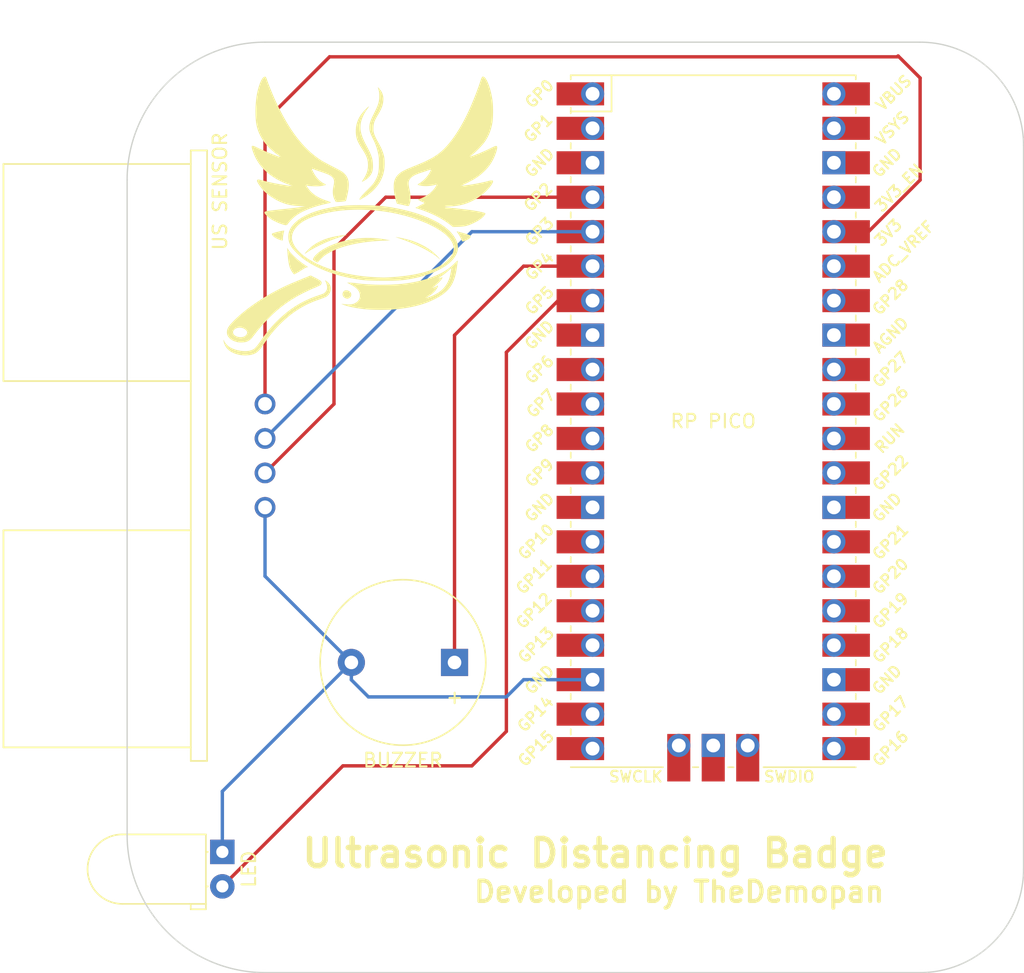
<source format=kicad_pcb>
(kicad_pcb (version 20221018) (generator pcbnew)
  (layers (0 "F.Cu" signal) (31 "B.Cu" signal) (34 "B.Paste" user) (35 "F.Paste" user) (36 "B.SilkS" user "B.Silkscreen") (37 "F.SilkS" user "F.Silkscreen") (38 "B.Mask" user) (39 "F.Mask" user) (44 "Edge.Cuts" user))
  (net 0 "")
  (net 1 "GND")
  (net 2 "Net-(D1-A)")
  (net 3 "Net-(U1-3V3)")
  (net 4 "Net-(U1-GPIO3)")
  (net 5 "Net-(U1-GPIO2)")
  (net 6 "Net-(BZ1--)")
  (footprint "LED_THT:LED_D5.0mm_Horizontal_O1.27mm_Z3.0mm" (layer "F.Cu") (at 93.375 100.325 -90)
    (fp_text reference "LED")
    (fp_text value "LED")
  )
  (footprint "HC-SR04:XCVR_HC-SR04" (layer "F.Cu") (at 96.52 71.12 -90)
    (fp_text reference "US SENSOR")
    (fp_text value "HC-SR04")
  )
  (footprint "MCU_RaspberryPi_and_Boards:RPi_Pico_SMD_TH" (layer "F.Cu") (at 129.54 68.58)
    (fp_text reference "RP PICO")
    (fp_text value "RPi_Pico_SMD_TH")
  )
  (footprint "Buzzer_Beeper:Buzzer_12x9.5RM7.6" (layer "F.Cu") (at 110.48 86.36 180)
    (fp_text reference "BUZZER")
    (fp_text value "Buzzer")
  )
  (gr_poly (pts (xy 110.719121 56.735635) (xy 110.719456 56.736748) (xy 110.715747 56.786044) (xy 110.705736 56.872668) (xy 110.672884 57.11543) (xy 110.633062 57.380097) (xy 110.614338 57.494103) (xy 110.598432 57.581733) (xy 110.562391 57.749138) (xy 110.521999 57.907054) (xy 110.476836 58.05607) (xy 110.426482 58.196775) (xy 110.370515 58.329758) (xy 110.308515 58.45561) (xy 110.240063 58.574918) (xy 110.164736 58.688274) (xy 110.082115 58.796265) (xy 109.991779 58.899482) (xy 109.893308 58.998514) (xy 109.786281 59.093949) (xy 109.670277 59.186378) (xy 109.544876 59.27639) (xy 109.409657 59.364575) (xy 109.2642 59.45152) (xy 109.095747 59.544307) (xy 108.922549 59.631938) (xy 108.744414 59.714466) (xy 108.561147 59.791942) (xy 108.372552 59.864417) (xy 108.178436 59.931944) (xy 107.978603 59.994574) (xy 107.772859 60.052359) (xy 107.56101 60.105349) (xy 107.34286 60.153598) (xy 107.118216 60.197156) (xy 106.886883 60.236076) (xy 106.648665 60.270408) (xy 106.403369 60.300204) (xy 106.1508 60.325517) (xy 105.890763 60.346397) (xy 105.679837 60.357874) (xy 105.436868 60.36532) (xy 105.173521 60.368831) (xy 104.901457 60.3685) (xy 104.632341 60.364423) (xy 104.377834 60.356695) (xy 104.149601 60.345411) (xy 103.959304 60.330666) (xy 103.959304 60.330662) (xy 103.691117 60.300934) (xy 103.430845 60.265487) (xy 103.182367 60.225121) (xy 102.949565 60.180642) (xy 102.736321 60.13285) (xy 102.546515 60.082549) (xy 102.384028 60.030543) (xy 102.314242 60.00415) (xy 102.252742 59.977633) (xy 102.13368 59.922372) (xy 102.252742 59.937113) (xy 102.438466 59.957667) (xy 102.521134 59.964671) (xy 102.597683 59.969418) (xy 102.668619 59.971852) (xy 102.73445 59.971919) (xy 102.795682 59.96956) (xy 102.852823 59.964722) (xy 102.90638 59.957347) (xy 102.95686 59.94738) (xy 103.00477 59.934764) (xy 103.050617 59.919444) (xy 103.094909 59.901364) (xy 103.138151 59.880468) (xy 103.180852 59.8567) (xy 103.223519 59.830004) (xy 103.258296 59.8059) (xy 103.290798 59.780853) (xy 103.32103 59.754859) (xy 103.348995 59.727911) (xy 103.374696 59.700003) (xy 103.386698 59.685687) (xy 103.398136 59.671129) (xy 103.409009 59.656328) (xy 103.419319 59.641283) (xy 103.429065 59.625994) (xy 103.438248 59.61046) (xy 103.446868 59.594681) (xy 103.454927 59.578654) (xy 103.462423 59.56238) (xy 103.469358 59.545858) (xy 103.475732 59.529088) (xy 103.481546 59.512067) (xy 103.485939 59.497624) (xy 108.389828 59.497624) (xy 108.390318 59.498803) (xy 108.391541 59.49958) (xy 108.39351 59.499947) (xy 108.399726 59.499406) (xy 108.409051 59.497096) (xy 108.421573 59.492937) (xy 108.437377 59.486845) (xy 108.465899 59.475849) (xy 108.509329 59.45979) (xy 108.561763 59.440825) (xy 108.617296 59.421111) (xy 108.617296 59.42111) (xy 108.767142 59.364973) (xy 108.909066 59.304621) (xy 109.043166 59.239957) (xy 109.169545 59.170882) (xy 109.288303 59.097299) (xy 109.39954 59.01911) (xy 109.503357 58.936218) (xy 109.599856 58.848524) (xy 109.689136 58.755932) (xy 109.771298 58.658343) (xy 109.846443 58.55566) (xy 109.914672 58.447785) (xy 109.976085 58.33462) (xy 110.030783 58.216069) (xy 110.078867 58.092032) (xy 110.120437 57.962412) (xy 110.143994 57.873833) (xy 110.167328 57.773433) (xy 110.189218 57.668175) (xy 110.208443 57.56502) (xy 110.223784 57.470932) (xy 110.234021 57.392874) (xy 110.236843 57.362032) (xy 110.237932 57.337808) (xy 110.237135 57.321073) (xy 110.234299 57.312698) (xy 110.233691 57.312328) (xy 110.232849 57.312191) (xy 110.231778 57.312283) (xy 110.230486 57.312598) (xy 110.228979 57.313131) (xy 110.227264 57.313878) (xy 110.223234 57.315989) (xy 110.218451 57.318893) (xy 110.212966 57.322549) (xy 110.206834 57.326915) (xy 110.200106 57.331952) (xy 110.192835 57.33762) (xy 110.185075 57.343877) (xy 110.176878 57.350683) (xy 110.168297 57.357999) (xy 110.159385 57.365783) (xy 110.150195 57.373995) (xy 110.140779 57.382595) (xy 110.131191 57.391543) (xy 110.062918 57.454645) (xy 109.992382 57.517274) (xy 109.919239 57.579707) (xy 109.843144 57.642223) (xy 109.76375 57.7051) (xy 109.680712 57.768618) (xy 109.593686 57.833055) (xy 109.502324 57.898688) (xy 109.424541 57.954696) (xy 109.393676 57.977761) (xy 109.368144 57.997598) (xy 109.34793 58.014257) (xy 109.33302 58.027788) (xy 109.323399 58.038239) (xy 109.320567 58.042326) (xy 109.319053 58.045661) (xy 109.318854 58.048252) (xy 109.319968 58.050103) (xy 109.322394 58.051222) (xy 109.32613 58.051614) (xy 109.331174 58.051285) (xy 109.337525 58.050243) (xy 109.354137 58.04604) (xy 109.375954 58.039054) (xy 109.40296 58.029335) (xy 109.435141 58.016932) (xy 109.472483 58.001894) (xy 109.496128 57.992384) (xy 109.516963 57.984418) (xy 109.535058 57.978055) (xy 109.550486 57.973353) (xy 109.56332 57.970372) (xy 109.568787 57.969545) (xy 109.573632 57.96917) (xy 109.577865 57.969254) (xy 109.581494 57.969805) (xy 109.584529 57.97083) (xy 109.586979 57.972336) (xy 109.588852 57.974331) (xy 109.590158 57.976822) (xy 109.590906 57.979816) (xy 109.591105 57.98332) (xy 109.590763 57.987343) (xy 109.589891 57.99189) (xy 109.588496 57.99697) (xy 109.586589 58.00259) (xy 109.58127 58.015479) (xy 109.574009 58.030616) (xy 109.564875 58.048058) (xy 109.553943 58.067864) (xy 109.539535 58.092219) (xy 109.523229 58.117396) (xy 109.505043 58.143375) (xy 109.484994 58.170138) (xy 109.463101 58.197668) (xy 109.439379 58.225944) (xy 109.413847 58.254949) (xy 109.386522 58.284665) (xy 109.357421 58.315072) (xy 109.326562 58.346152) (xy 109.293961 58.377887) (xy 109.259637 58.410259) (xy 109.223606 58.443248) (xy 109.185887 58.476836) (xy 109.146495 58.511006) (xy 109.105449 58.545737) (xy 108.954482 58.672644) (xy 108.91078 58.710734) (xy 108.895988 58.724383) (xy 108.885565 58.734796) (xy 108.879258 58.742242) (xy 108.877569 58.744937) (xy 108.876814 58.746992) (xy 108.876961 58.74844) (xy 108.87798 58.749316) (xy 108.879837 58.749652) (xy 108.882501 58.749484) (xy 108.890127 58.747766) (xy 108.900603 58.744432) (xy 108.929093 58.733999) (xy 108.946567 58.726926) (xy 108.967526 58.717599) (xy 108.991176 58.706417) (xy 109.016728 58.693779) (xy 109.043389 58.680084) (xy 109.070367 58.665733) (xy 109.096872 58.651123) (xy 109.122111 58.636654) (xy 109.146118 58.62306) (xy 109.169094 58.610956) (xy 109.190494 58.600567) (xy 109.209773 58.592116) (xy 109.218447 58.588687) (xy 109.226388 58.585826) (xy 109.233526 58.583561) (xy 109.239794 58.581921) (xy 109.245123 58.580932) (xy 109.249447 58.580624) (xy 109.252696 58.581023) (xy 109.253896 58.581497) (xy 109.254803 58.582159) (xy 109.25736 58.585424) (xy 109.25929 58.589451) (xy 109.260607 58.59421) (xy 109.261323 58.599674) (xy 109.261452 58.605815) (xy 109.261008 58.612603) (xy 109.260003 58.620012) (xy 109.258452 58.628013) (xy 109.253762 58.645677) (xy 109.247047 58.66537) (xy 109.238413 58.686866) (xy 109.227967 58.70994) (xy 109.215817 58.734367) (xy 109.20207 58.759921) (xy 109.186834 58.786376) (xy 109.170216 58.813506) (xy 109.152322 58.841087) (xy 109.133261 58.868892) (xy 109.113139 58.896696) (xy 109.092064 58.924273) (xy 109.066285 58.956003) (xy 109.038631 58.987985) (xy 109.009235 59.020106) (xy 108.978234 59.052252) (xy 108.945762 59.084308) (xy 108.911953 59.116162) (xy 108.876942 59.1477) (xy 108.840864 59.178809) (xy 108.803853 59.209373) (xy 108.766045 59.239281) (xy 108.727573 59.268418) (xy 108.688573 59.29667) (xy 108.649179 59.323925) (xy 108.609526 59.350068) (xy 108.569748 59.374985) (xy 108.529981 59.398563) (xy 108.505629 59.412805) (xy 108.483349 59.426268) (xy 108.463227 59.43887) (xy 108.445349 59.450529) (xy 108.429802 59.461162) (xy 108.416673 59.470687) (xy 108.406048 59.479021) (xy 108.398013 59.486082) (xy 108.392656 59.491788) (xy 108.391008 59.494107) (xy 108.390062 59.496055) (xy 108.389828 59.497624) (xy 103.485939 59.497624) (xy 103.486799 59.494797) (xy 103.491493 59.477275) (xy 103.495628 59.459502) (xy 103.499204 59.441476) (xy 103.502221 59.423197) (xy 103.50468 59.404664) (xy 103.507926 59.366833) (xy 103.508945 59.327978) (xy 103.508283 59.297715) (xy 103.506432 59.2679) (xy 103.503383 59.238519) (xy 103.499122 59.209557) (xy 103.49364 59.181001) (xy 103.486925 59.152837) (xy 103.478966 59.125052) (xy 103.469751 59.097632) (xy 103.45927 59.070563) (xy 103.44751 59.043832) (xy 103.434462 59.017423) (xy 103.420113 58.991325) (xy 103.404452 58.965523) (xy 103.387468 58.940003) (xy 103.36915 58.914752) (xy 103.349487 58.889756) (xy 103.328467 58.865001) (xy 103.30608 58.840473) (xy 103.257156 58.792045) (xy 103.202626 58.744362) (xy 103.1424 58.697313) (xy 103.076387 58.650789) (xy 103.004499 58.604681) (xy 102.926644 58.558877) (xy 102.842734 58.513268) (xy 102.557013 58.363627) (xy 102.75545 58.363468) (xy 102.799092 58.363987) (xy 102.847114 58.36553) (xy 102.897942 58.367989) (xy 102.950002 58.371254) (xy 103.001721 58.375216) (xy 103.051525 58.379765) (xy 103.097841 58.384793) (xy 103.139096 58.390191) (xy 103.358384 58.419183) (xy 103.593607 58.444969) (xy 103.841582 58.467345) (xy 104.099131 58.486105) (xy 104.363072 58.501043) (xy 104.630225 58.511953) (xy 104.89741 58.518632) (xy 105.161446 58.520872) (xy 105.744473 58.510798) (xy 106.295522 58.480446) (xy 106.560011 58.4575) (xy 106.817652 58.429287) (xy 107.068829 58.395741) (xy 107.313924 58.356797) (xy 107.553319 58.312388) (xy 107.787397 58.262448) (xy 108.01654 58.206912) (xy 108.24113 58.145714) (xy 108.461551 58.078788) (xy 108.678184 58.006068) (xy 108.891412 57.927489) (xy 109.101618 57.842985) (xy 109.207436 57.797619) (xy 109.30894 57.751945) (xy 109.406459 57.70575) (xy 109.500322 57.65882) (xy 109.590859 57.610941) (xy 109.6784 57.561899) (xy 109.763274 57.511481) (xy 109.84581 57.459472) (xy 109.926339 57.405659) (xy 110.005188 57.349828) (xy 110.082689 57.291766) (xy 110.15917 57.231257) (xy 110.23496 57.16809) (xy 110.31039 57.102048) (xy 110.385789 57.03292) (xy 110.461486 56.960491) (xy 110.513315 56.910467) (xy 110.561665 56.86491) (xy 110.605478 56.824737) (xy 110.643696 56.790865) (xy 110.675261 56.764213) (xy 110.699115 56.745697) (xy 110.707819 56.739778) (xy 110.714199 56.736237) (xy 110.718122 56.735189)) (fill solid) (layer "F.SilkS"))
  (gr_poly (pts (xy 98.231172 55.921925) (xy 98.270054 55.98312) (xy 98.318449 56.049538) (xy 98.37553 56.120425) (xy 98.440474 56.19503) (xy 98.512454 56.272603) (xy 98.590646 56.352391) (xy 98.674223 56.433644) (xy 98.762361 56.515609) (xy 98.854235 56.597536) (xy 98.949018 56.678673) (xy 99.045887 56.758269) (xy 99.144015 56.835571) (xy 99.242576 56.90983) (xy 99.340747 56.980293) (xy 99.437701 57.04621) (xy 99.532614 57.106828) (xy 99.590264 57.142652) (xy 99.633491 57.170428) (xy 99.64999 57.181613) (xy 99.663237 57.191164) (xy 99.67335 57.199207) (xy 99.680447 57.205868) (xy 99.682901 57.20872) (xy 99.684645 57.211274) (xy 99.685695 57.213545) (xy 99.686064 57.21555) (xy 99.685768 57.217304) (xy 99.684821 57.218822) (xy 99.683238 57.220121) (xy 99.681033 57.221217) (xy 99.67482 57.22286) (xy 99.666298 57.223877) (xy 99.655586 57.224395) (xy 99.642802 57.22454) (xy 99.632242 57.225147) (xy 99.620371 57.226961) (xy 99.607208 57.229974) (xy 99.592771 57.234178) (xy 99.577076 57.239565) (xy 99.560141 57.246126) (xy 99.541985 57.253852) (xy 99.522625 57.262736) (xy 99.502079 57.272769) (xy 99.480363 57.283942) (xy 99.457497 57.296247) (xy 99.433497 57.309676) (xy 99.408382 57.324221) (xy 99.382169 57.339873) (xy 99.354875 57.356623) (xy 99.326519 57.374464) (xy 99.205069 57.450909) (xy 99.089357 57.522103) (xy 98.982042 57.586524) (xy 98.885782 57.642648) (xy 98.803236 57.688951) (xy 98.737065 57.723911) (xy 98.689926 57.746004) (xy 98.674325 57.75175) (xy 98.664479 57.753707) (xy 98.662737 57.753474) (xy 98.660705 57.752781) (xy 98.658391 57.75164) (xy 98.655807 57.750062) (xy 98.652961 57.748059) (xy 98.649863 57.745643) (xy 98.642951 57.739615) (xy 98.635148 57.73207) (xy 98.626533 57.723099) (xy 98.617183 57.712793) (xy 98.607176 57.701245) (xy 98.596589 57.688546) (xy 98.585501 57.674788) (xy 98.573989 57.660061) (xy 98.562131 57.644458) (xy 98.550005 57.628071) (xy 98.537688 57.610989) (xy 98.525258 57.593307) (xy 98.512794 57.575114) (xy 98.500151 57.555891) (xy 98.487201 57.535188) (xy 98.460755 57.490111) (xy 98.434218 57.44143) (xy 98.408354 57.390691) (xy 98.383924 57.33944) (xy 98.361692 57.289224) (xy 98.342419 57.24159) (xy 98.33413 57.219223) (xy 98.326868 57.198083) (xy 98.314047 57.155963) (xy 98.301351 57.108247) (xy 98.276547 56.997513) (xy 98.252877 56.868847) (xy 98.230758 56.725216) (xy 98.21061 56.569586) (xy 98.192851 56.404925) (xy 98.177902 56.234198) (xy 98.16618 56.060374) (xy 98.150301 55.782561)) (fill solid) (layer "F.SilkS"))
  (gr_poly (pts (xy 112.6076 43.177817) (xy 112.631413 43.185661) (xy 112.655704 43.198534) (xy 112.68041 43.216275) (xy 112.70547 43.23872) (xy 112.730821 43.265705) (xy 112.756402 43.297069) (xy 112.782151 43.332647) (xy 112.808005 43.372278) (xy 112.833903 43.415797) (xy 112.88558 43.513851) (xy 112.936687 43.625505) (xy 112.986728 43.749455) (xy 113.035206 43.884398) (xy 113.081625 44.029029) (xy 113.125489 44.182044) (xy 113.166302 44.34214) (xy 113.203567 44.508012) (xy 113.236788 44.678357) (xy 113.26547 44.851871) (xy 113.289115 45.027249) (xy 113.303971 45.192104) (xy 113.313805 45.387136) (xy 113.318732 45.60111) (xy 113.318863 45.822789) (xy 113.314311 46.040937) (xy 113.30519 46.244318) (xy 113.291612 46.421695) (xy 113.273691 46.561832) (xy 113.25362 46.671638) (xy 113.231225 46.778878) (xy 113.206472 46.883636) (xy 113.179326 46.985996) (xy 113.149753 47.086042) (xy 113.117717 47.183859) (xy 113.083183 47.279531) (xy 113.046117 47.373141) (xy 113.006484 47.464774) (xy 112.964249 47.554513) (xy 112.919377 47.642444) (xy 112.871834 47.72865) (xy 112.821584 47.813215) (xy 112.768593 47.896224) (xy 112.712826 47.97776) (xy 112.654249 48.057907) (xy 112.608609 48.116603) (xy 112.558325 48.178036) (xy 112.503913 48.241697) (xy 112.445893 48.307075) (xy 112.321097 48.440942) (xy 112.188084 48.575556) (xy 112.050997 48.706838) (xy 111.913983 48.830707) (xy 111.846799 48.888586) (xy 111.781187 48.943081) (xy 111.717665 48.993683) (xy 111.656753 49.039881) (xy 111.644769 49.04884) (xy 111.634921 49.056527) (xy 111.627356 49.062921) (xy 111.624476 49.065627) (xy 111.622223 49.068002) (xy 111.620614 49.070043) (xy 111.619669 49.071748) (xy 111.619451 49.072473) (xy 111.619405 49.073114) (xy 111.619535 49.073668) (xy 111.619843 49.074138) (xy 111.62033 49.074521) (xy 111.620999 49.074817) (xy 111.622892 49.07515) (xy 111.625542 49.075133) (xy 111.628966 49.074764) (xy 111.633183 49.07404) (xy 111.638212 49.072958) (xy 111.644071 49.071516) (xy 111.650778 49.069711) (xy 111.666813 49.065003) (xy 111.686464 49.05881) (xy 111.70988 49.051114) (xy 111.737208 49.041891) (xy 111.804197 49.018784) (xy 111.96596 48.961077) (xy 112.124997 48.901287) (xy 112.283658 48.838409) (xy 112.444292 48.77144) (xy 112.60925 48.699376) (xy 112.780883 48.621215) (xy 112.96154 48.535952) (xy 113.153571 48.442584) (xy 113.283616 48.380055) (xy 113.33866 48.355045) (xy 113.387535 48.33415) (xy 113.430603 48.31733) (xy 113.468225 48.304545) (xy 113.500763 48.295752) (xy 113.528579 48.290912) (xy 113.540829 48.289962) (xy 113.552035 48.289984) (xy 113.562241 48.290974) (xy 113.571492 48.292927) (xy 113.579835 48.295838) (xy 113.587314 48.299701) (xy 113.593974 48.304512) (xy 113.59986 48.310264) (xy 113.605019 48.316955) (xy 113.609494 48.324577) (xy 113.616577 48.342598) (xy 113.621471 48.364286) (xy 113.624538 48.389602) (xy 113.624799 48.417041) (xy 113.621709 48.45104) (xy 113.615481 48.490939) (xy 113.60633 48.536082) (xy 113.594468 48.58581) (xy 113.580109 48.639467) (xy 113.563467 48.696393) (xy 113.544754 48.755931) (xy 113.524185 48.817424) (xy 113.501973 48.880214) (xy 113.478332 48.943643) (xy 113.453474 49.007054) (xy 113.427613 49.069788) (xy 113.400964 49.131187) (xy 113.373738 49.190595) (xy 113.346151 49.247353) (xy 113.314316 49.30949) (xy 113.281988 49.369924) (xy 113.249077 49.428781) (xy 113.215491 49.486188) (xy 113.18114 49.54227) (xy 113.145934 49.597153) (xy 113.109781 49.650964) (xy 113.07259 49.703828) (xy 113.034272 49.755872) (xy 112.994735 49.807222) (xy 112.953889 49.858003) (xy 112.911643 49.908341) (xy 112.867906 49.958363) (xy 112.822588 50.008195) (xy 112.775597 50.057963) (xy 112.726844 50.107793) (xy 112.655553 50.178146) (xy 112.584882 50.245211) (xy 112.514314 50.309342) (xy 112.443334 50.370892) (xy 112.371427 50.430215) (xy 112.298078 50.487664) (xy 112.22277 50.543592) (xy 112.144989 50.598353) (xy 112.064218 50.652301) (xy 111.979943 50.705788) (xy 111.891647 50.759168) (xy 111.798816 50.812795) (xy 111.700933 50.867023) (xy 111.597484 50.922203) (xy 111.487953 50.978691) (xy 111.371824 51.036838) (xy 111.155802 51.144675) (xy 111.080386 51.183347) (xy 111.0261 51.212182) (xy 110.992494 51.231428) (xy 110.983305 51.237531) (xy 110.979117 51.241329) (xy 110.978881 51.242374) (xy 110.979874 51.242853) (xy 110.98552 51.242133) (xy 111.011252 51.234086) (xy 111.016998 51.232473) (xy 111.026083 51.230474) (xy 111.05349 51.225428) (xy 111.091902 51.21918) (xy 111.13975 51.21196) (xy 111.257472 51.195522) (xy 111.394092 51.177956) (xy 111.560162 51.155134) (xy 111.750987 51.125022) (xy 111.957547 51.089345) (xy 112.170825 51.049828) (xy 112.381801 51.008196) (xy 112.581459 50.966174) (xy 112.760778 50.925486) (xy 112.910741 50.887859) (xy 113.011043 50.861749) (xy 113.092528 50.842672) (xy 113.126907 50.835742) (xy 113.15741 50.830534) (xy 113.184316 50.827036) (xy 113.207901 50.825238) (xy 113.22844 50.825125) (xy 113.246212 50.826688) (xy 113.261491 50.829913) (xy 113.274556 50.834788) (xy 113.285681 50.841303) (xy 113.295144 50.849444) (xy 113.303222 50.8592) (xy 113.31019 50.870558) (xy 113.31193 50.873965) (xy 113.313513 50.877393) (xy 113.314938 50.880848) (xy 113.316203 50.884338) (xy 113.317307 50.887867) (xy 113.31825 50.891442) (xy 113.31903 50.895069) (xy 113.319646 50.898754) (xy 113.320096 50.902503) (xy 113.320381 50.906322) (xy 113.320498 50.910218) (xy 113.320446 50.914196) (xy 113.320225 50.918263) (xy 113.319832 50.922424) (xy 113.319268 50.926686) (xy 113.318531 50.931055) (xy 113.316533 50.940137) (xy 113.313828 50.94972) (xy 113.310409 50.959851) (xy 113.306266 50.97058) (xy 113.301389 50.981956) (xy 113.29577 50.994027) (xy 113.289399 51.006841) (xy 113.282268 51.020448) (xy 113.229167 51.112019) (xy 113.167392 51.205178) (xy 113.097569 51.299378) (xy 113.020325 51.394068) (xy 112.936287 51.488701) (xy 112.846083 51.582726) (xy 112.750339 51.675595) (xy 112.649682 51.766759) (xy 112.544738 51.855668) (xy 112.436135 51.941774) (xy 112.3245 52.024528) (xy 112.21046 52.10338) (xy 112.094641 52.177781) (xy 111.97767 52.247183) (xy 111.860174 52.311036) (xy 111.74278 52.368792) (xy 111.637772 52.416447) (xy 111.535661 52.460166) (xy 111.435595 52.500134) (xy 111.33672 52.536536) (xy 111.238185 52.569558) (xy 111.139138 52.599386) (xy 111.038724 52.626205) (xy 110.936094 52.6502) (xy 110.830392 52.671558) (xy 110.720768 52.690464) (xy 110.606369 52.707103) (xy 110.486343 52.721662) (xy 110.359836 52.734325) (xy 110.225997 52.745278) (xy 109.932911 52.762797) (xy 109.904763 52.764503) (xy 109.877783 52.766817) (xy 109.852612 52.769635) (xy 109.829892 52.772856) (xy 109.810265 52.776376) (xy 109.794374 52.780095) (xy 109.78803 52.781996) (xy 109.78286 52.783909) (xy 109.778945 52.785821) (xy 109.776365 52.787717) (xy 109.775472 52.788655) (xy 109.774677 52.78958) (xy 109.773979 52.790492) (xy 109.773377 52.79139) (xy 109.772871 52.792273) (xy 109.772459 52.793139) (xy 109.77214 52.793987) (xy 109.771914 52.794816) (xy 109.771779 52.795625) (xy 109.771735 52.796413) (xy 109.771779 52.797179) (xy 109.771912 52.797921) (xy 109.772133 52.798638) (xy 109.77244 52.799329) (xy 109.772833 52.799993) (xy 109.77331 52.800629) (xy 109.77387 52.801235) (xy 109.774513 52.801811) (xy 109.775238 52.802355) (xy 109.776043 52.802866) (xy 109.776928 52.803343) (xy 109.777892 52.803784) (xy 109.778933 52.804189) (xy 109.78005 52.804557) (xy 109.781244 52.804885) (xy 109.782512 52.805174) (xy 109.783854 52.805421) (xy 109.785269 52.805626) (xy 109.786755 52.805787) (xy 109.788313 52.805904) (xy 109.78994 52.805975) (xy 109.791636 52.805999) (xy 110.084866 52.832973) (xy 110.663148 52.895699) (xy 111.282355 52.966876) (xy 111.698362 53.019208) (xy 111.930096 53.054582) (xy 112.137413 53.089792) (xy 112.318316 53.124363) (xy 112.470806 53.157821) (xy 112.592886 53.189691) (xy 112.682559 53.219496) (xy 112.714619 53.233476) (xy 112.737828 53.246762) (xy 112.751936 53.259294) (xy 112.756695 53.271014) (xy 112.756432 53.27541) (xy 112.755655 53.280269) (xy 112.754379 53.285572) (xy 112.752617 53.291296) (xy 112.747699 53.303925) (xy 112.74102 53.317989) (xy 112.732701 53.33332) (xy 112.722859 53.349752) (xy 112.711615 53.367115) (xy 112.699088 53.385242) (xy 112.685397 53.403966) (xy 112.670662 53.423119) (xy 112.655001 53.442533) (xy 112.638534 53.462041) (xy 112.621381 53.481474) (xy 112.60366 53.500665) (xy 112.585492 53.519447) (xy 112.566994 53.537652) (xy 112.512335 53.58717) (xy 112.451342 53.637148) (xy 112.38467 53.687247) (xy 112.312975 53.737126) (xy 112.236911 53.786446) (xy 112.157135 53.834868) (xy 112.074301 53.882051) (xy 111.989065 53.927656) (xy 111.902082 53.971342) (xy 111.814007 54.012771) (xy 111.725495 54.051603) (xy 111.637202 54.087497) (xy 111.549784 54.120114) (xy 111.463894 54.149114) (xy 111.38019 54.174158) (xy 111.299325 54.194906) (xy 111.251052 54.204743) (xy 111.192928 54.214174) (xy 111.126654 54.223026) (xy 111.053933 54.231125) (xy 110.976467 54.238299) (xy 110.89596 54.244375) (xy 110.814115 54.249179) (xy 110.732633 54.252538) (xy 110.362215 54.264373) (xy 110.190241 54.127566) (xy 110.077701 54.040658) (xy 109.960545 53.955293) (xy 109.838877 53.871522) (xy 109.712798 53.789398) (xy 109.582411 53.708973) (xy 109.447818 53.630299) (xy 109.30912 53.553429) (xy 109.166421 53.478414) (xy 109.019822 53.405308) (xy 108.869425 53.334162) (xy 108.715333 53.265029) (xy 108.557648 53.197962) (xy 108.396472 53.133012) (xy 108.231906 53.070231) (xy 108.064055 53.009673) (xy 107.893018 52.951389) (xy 107.593398 52.852213) (xy 107.840101 52.723307) (xy 108.172794 52.549778) (xy 108.191289 52.539931) (xy 108.207398 52.530795) (xy 108.221127 52.522319) (xy 108.227102 52.518314) (xy 108.232483 52.514455) (xy 108.237274 52.510737) (xy 108.241473 52.507153) (xy 108.245082 52.503697) (xy 108.248102 52.500364) (xy 108.250534 52.497146) (xy 108.252378 52.494039) (xy 108.253635 52.491035) (xy 108.254306 52.488128) (xy 108.254393 52.485312) (xy 108.253894 52.482582) (xy 108.252813 52.479931) (xy 108.251148 52.477352) (xy 108.248902 52.47484) (xy 108.246075 52.472389) (xy 108.242667 52.469992) (xy 108.238681 52.467643) (xy 108.234115 52.465336) (xy 108.228972 52.463065) (xy 108.223251 52.460824) (xy 108.216955 52.458606) (xy 108.202637 52.454216) (xy 108.186024 52.449847) (xy 108.177732 52.44753) (xy 108.167946 52.444318) (xy 108.144389 52.435434) (xy 108.116348 52.423655) (xy 108.084816 52.409444) (xy 108.050788 52.39326) (xy 108.015256 52.375564) (xy 107.979217 52.356818) (xy 107.943662 52.337482) (xy 107.774062 52.243046) (xy 107.937937 52.18144) (xy 108.024063 52.147293) (xy 108.108865 52.110156) (xy 108.192129 52.070189) (xy 108.273641 52.02755) (xy 108.353187 51.982398) (xy 108.430554 51.934891) (xy 108.505528 51.885188) (xy 108.577895 51.833448) (xy 108.647442 51.77983) (xy 108.713955 51.724491) (xy 108.777219 51.667592) (xy 108.837022 51.60929) (xy 108.893149 51.549744) (xy 108.945387 51.489113) (xy 108.993522 51.427556) (xy 109.03734 51.365231) (xy 109.082152 51.296692) (xy 109.100324 51.2679) (xy 109.11574 51.242548) (xy 109.128446 51.220476) (xy 109.138492 51.201524) (xy 109.145926 51.185534) (xy 109.150796 51.172347) (xy 109.153152 51.161802) (xy 109.153402 51.157471) (xy 109.153041 51.153741) (xy 109.152076 51.150593) (xy 109.150513 51.148005) (xy 109.148357 51.145959) (xy 109.145614 51.144434) (xy 109.142292 51.143411) (xy 109.138395 51.142869) (xy 109.128904 51.143151) (xy 109.117189 51.145121) (xy 109.103298 51.148618) (xy 109.029909 51.168046) (xy 108.9553 51.185433) (xy 108.879766 51.200765) (xy 108.803602 51.214025) (xy 108.727103 51.225201) (xy 108.650564 51.234277) (xy 108.574281 51.241237) (xy 108.498548 51.246069) (xy 108.42366 51.248756) (xy 108.349912 51.249284) (xy 108.2776 51.247639) (xy 108.207018 51.243805) (xy 108.138462 51.237769) (xy 108.072227 51.229514) (xy 108.008607 51.219027) (xy 107.947898 51.206293) (xy 107.909397 51.196901) (xy 107.873542 51.18744) (xy 107.841112 51.178167) (xy 107.812888 51.169339) (xy 107.78965 51.161213) (xy 107.772179 51.154046) (xy 107.765849 51.150902) (xy 107.761254 51.148095) (xy 107.75849 51.145656) (xy 107.757826 51.144584) (xy 107.757656 51.143617) (xy 107.757978 51.142553) (xy 107.758773 51.141194) (xy 107.761735 51.137627) (xy 107.766445 51.132986) (xy 107.77281 51.127341) (xy 107.780733 51.120762) (xy 107.790119 51.11332) (xy 107.800873 51.105085) (xy 107.8129 51.096126) (xy 107.840391 51.076319) (xy 107.871829 51.05446) (xy 107.906453 51.03111) (xy 107.9435 51.006831) (xy 107.985262 50.978911) (xy 108.027328 50.948961) (xy 108.069518 50.917158) (xy 108.111652 50.883679) (xy 108.15355 50.848701) (xy 108.195032 50.812399) (xy 108.235918 50.77495) (xy 108.276027 50.736531) (xy 108.315179 50.697318) (xy 108.353195 50.657487) (xy 108.389893 50.617215) (xy 108.425095 50.576679) (xy 108.458619 50.536054) (xy 108.490286 50.495517) (xy 108.519915 50.455245) (xy 108.547327 50.415414) (xy 108.589059 50.35033) (xy 108.627288 50.286502) (xy 108.66106 50.225897) (xy 108.689417 50.170482) (xy 108.701268 50.145336) (xy 108.711406 50.122225) (xy 108.719714 50.101396) (xy 108.72607 50.083094) (xy 108.730357 50.067566) (xy 108.732454 50.055057) (xy 108.732243 50.045814) (xy 108.731234 50.042493) (xy 108.729603 50.040082) (xy 108.728662 50.039463) (xy 108.727261 50.039018) (xy 108.725412 50.038743) (xy 108.723129 50.038635) (xy 108.717308 50.03891) (xy 108.709899 50.039814) (xy 108.701001 50.041324) (xy 108.690716 50.043412) (xy 108.679143 50.046053) (xy 108.666383 50.049221) (xy 108.652537 50.052891) (xy 108.637705 50.057037) (xy 108.605486 50.066651) (xy 108.570529 50.077857) (xy 108.533639 50.090449) (xy 108.43889 50.123016) (xy 108.315638 50.164323) (xy 108.179836 50.209069) (xy 108.047439 50.251955) (xy 107.922203 50.293687) (xy 107.806999 50.335479) (xy 107.701553 50.377558) (xy 107.605595 50.420154) (xy 107.518852 50.463497) (xy 107.441053 50.507814) (xy 107.371926 50.553336) (xy 107.3112 50.600292) (xy 107.258603 50.64891) (xy 107.213862 50.69942) (xy 107.176707 50.752052) (xy 107.146865 50.807033) (xy 107.124065 50.864594) (xy 107.108035 50.924963) (xy 107.098503 50.98837) (xy 107.095199 51.055044) (xy 107.095502 51.070923) (xy 107.09651 51.089367) (xy 107.100493 51.133057) (xy 107.106865 51.184322) (xy 107.11534 51.241371) (xy 107.125634 51.302415) (xy 107.137463 51.365663) (xy 107.150541 51.429324) (xy 107.164583 51.491607) (xy 107.180129 51.561675) (xy 107.193896 51.632716) (xy 107.205873 51.704347) (xy 107.216051 51.776185) (xy 107.224417 51.847846) (xy 107.230961 51.918949) (xy 107.235672 51.989109) (xy 107.238539 52.057944) (xy 107.239551 52.125071) (xy 107.238698 52.190107) (xy 107.235967 52.252668) (xy 107.231349 52.312372) (xy 107.224832 52.368836) (xy 107.216405 52.421677) (xy 107.206058 52.470511) (xy 107.19378 52.514956) (xy 107.169192 52.593053) (xy 107.15862 52.624151) (xy 107.148408 52.650308) (xy 107.143251 52.661618) (xy 107.137962 52.671795) (xy 107.132467 52.680871) (xy 107.126692 52.688881) (xy 107.120563 52.695859) (xy 107.114006 52.701838) (xy 107.106948 52.706852) (xy 107.099313 52.710934) (xy 107.091028 52.714119) (xy 107.08202 52.716441) (xy 107.072214 52.717932) (xy 107.061536 52.718628) (xy 107.049912 52.71856) (xy 107.037269 52.717765) (xy 107.023532 52.716274) (xy 107.008628 52.714122) (xy 106.975021 52.707971) (xy 106.935855 52.699579) (xy 106.838485 52.67716) (xy 106.724072 52.651265) (xy 106.604608 52.625019) (xy 106.494248 52.601487) (xy 106.407143 52.583735) (xy 106.235605 52.550184) (xy 106.175956 52.359722) (xy 106.143093 52.249323) (xy 106.113481 52.138602) (xy 106.087153 52.028036) (xy 106.064148 51.918101) (xy 106.044499 51.809274) (xy 106.028244 51.702031) (xy 106.015418 51.59685) (xy 106.006057 51.494206) (xy 106.000196 51.394578) (xy 105.997873 51.29844) (xy 105.999122 51.20627) (xy 106.003979 51.118545) (xy 106.012481 51.035741) (xy 106.024662 50.958335) (xy 106.04056 50.886804) (xy 106.06021 50.821623) (xy 106.075746 50.779735) (xy 106.092901 50.738628) (xy 106.111664 50.698318) (xy 106.132024 50.658819) (xy 106.153969 50.620147) (xy 106.177487 50.582318) (xy 106.202566 50.545346) (xy 106.229194 50.509248) (xy 106.25736 50.474037) (xy 106.287051 50.43973) (xy 106.318257 50.406342) (xy 106.350965 50.373889) (xy 106.385163 50.342385) (xy 106.420841 50.311846) (xy 106.457985 50.282287) (xy 106.496584 50.253724) (xy 106.53507 50.22683) (xy 106.573952 50.200927) (xy 106.614061 50.175626) (xy 106.65623 50.150535) (xy 106.701294 50.125263) (xy 106.750084 50.099419) (xy 106.803433 50.072613) (xy 106.862175 50.044453) (xy 106.927142 50.014548) (xy 106.999168 49.982508) (xy 107.167726 49.910456) (xy 107.374512 49.825172) (xy 107.626191 49.723525) (xy 107.95731 49.587011) (xy 108.253063 49.456962) (xy 108.517333 49.331247) (xy 108.754003 49.207732) (xy 108.863202 49.146133) (xy 108.966958 49.084284) (xy 109.065755 49.021918) (xy 109.160079 48.95877) (xy 109.250416 48.894572) (xy 109.337252 48.829057) (xy 109.42107 48.76196) (xy 109.502358 48.693013) (xy 109.641193 48.566221) (xy 109.780186 48.428063) (xy 109.919131 48.278853) (xy 110.057821 48.118904) (xy 110.196048 47.94853) (xy 110.333604 47.768046) (xy 110.470283 47.577765) (xy 110.605877 47.378001) (xy 110.74018 47.169068) (xy 110.872983 46.95128) (xy 111.004079 46.724951) (xy 111.133261 46.490395) (xy 111.260323 46.247925) (xy 111.385055 45.997855) (xy 111.507252 45.7405) (xy 111.626706 45.476173) (xy 111.729251 45.239511) (xy 111.831359 44.996027) (xy 111.931691 44.749175) (xy 112.028908 44.502409) (xy 112.121671 44.259182) (xy 112.208642 44.022948) (xy 112.288481 43.797159) (xy 112.35985 43.58527) (xy 112.399824 43.465118) (xy 112.433171 43.370534) (xy 112.447864 43.33191) (xy 112.461504 43.298576) (xy 112.474293 43.270162) (xy 112.486433 43.2463) (xy 112.498124 43.226624) (xy 112.509569 43.210765) (xy 112.520968 43.198355) (xy 112.532522 43.189026) (xy 112.544434 43.18241) (xy 112.556905 43.178141) (xy 112.570135 43.175849) (xy 112.584327 43.175166)) (fill solid) (layer "F.SilkS"))
  (gr_poly (pts (xy 97.918549 54.528306) (xy 97.921814 54.528875) (xy 97.92468 54.529633) (xy 97.927163 54.530586) (xy 97.92928 54.531737) (xy 97.931044 54.533093) (xy 97.932473 54.534658) (xy 97.933582 54.536437) (xy 97.934385 54.538436) (xy 97.934899 54.540658) (xy 97.93514 54.54311) (xy 97.934861 54.54872) (xy 97.933674 54.555306) (xy 97.931703 54.562907) (xy 97.929072 54.571564) (xy 97.912253 54.630624) (xy 97.895601 54.700135) (xy 97.879748 54.776368) (xy 97.86533 54.855588) (xy 97.852978 54.934066) (xy 97.843327 55.008068) (xy 97.83701 55.073863) (xy 97.835299 55.102516) (xy 97.83466 55.127718) (xy 97.834381 55.157164) (xy 97.833504 55.182822) (xy 97.832725 55.194257) (xy 97.831659 55.204775) (xy 97.830258 55.214386) (xy 97.828476 55.223101) (xy 97.826267 55.23093) (xy 97.823585 55.237883) (xy 97.820383 55.24397) (xy 97.816616 55.249202) (xy 97.812236 55.253587) (xy 97.807199 55.257138) (xy 97.801457 55.259862) (xy 97.794964 55.261772) (xy 97.787674 55.262876) (xy 97.77954 55.263185) (xy 97.770517 55.262709) (xy 97.760559 55.261458) (xy 97.749618 55.259442) (xy 97.737649 55.256671) (xy 97.724605 55.253157) (xy 97.710441 55.248907) (xy 97.678564 55.238246) (xy 97.641649 55.224767) (xy 97.599326 55.208554) (xy 97.551224 55.189686) (xy 97.551223 55.189686) (xy 97.505627 55.171228) (xy 97.46212 55.15266) (xy 97.420692 55.133975) (xy 97.381334 55.115168) (xy 97.344036 55.096233) (xy 97.308788 55.077162) (xy 97.275582 55.05795) (xy 97.244407 55.038591) (xy 97.215253 55.019079) (xy 97.188113 54.999407) (xy 97.162975 54.97957) (xy 97.13983 54.959561) (xy 97.11867 54.939374) (xy 97.099483 54.919002) (xy 97.082262 54.898441) (xy 97.066995 54.877683) (xy 97.057138 54.863169) (xy 97.048526 54.850143) (xy 97.041138 54.838466) (xy 97.034953 54.828) (xy 97.029948 54.818605) (xy 97.026103 54.810144) (xy 97.024609 54.80622) (xy 97.023396 54.802477) (xy 97.022462 54.798897) (xy 97.021805 54.795465) (xy 97.021422 54.792161) (xy 97.02131 54.78897) (xy 97.021467 54.785873) (xy 97.021889 54.782853) (xy 97.022574 54.779893) (xy 97.02352 54.776975) (xy 97.024723 54.774083) (xy 97.026181 54.771198) (xy 97.027892 54.768304) (xy 97.029853 54.765383) (xy 97.034512 54.75939) (xy 97.040138 54.753082) (xy 97.046709 54.746319) (xy 97.059354 54.737732) (xy 97.081489 54.72728) (xy 97.112104 54.715235) (xy 97.150189 54.70187) (xy 97.24473 54.672263) (xy 97.357036 54.640636) (xy 97.479026 54.609164) (xy 97.602625 54.580023) (xy 97.719752 54.555387) (xy 97.773365 54.545439) (xy 97.822331 54.537434) (xy 97.860585 54.531935) (xy 97.876234 54.529973) (xy 97.889731 54.52859) (xy 97.901199 54.527824) (xy 97.910764 54.527717)) (fill solid) (layer "F.SilkS"))
  (gr_poly (pts (xy 104.38032 55.069459) (xy 104.567846 55.079893) (xy 104.705963 55.090211) (xy 104.824653 55.10027) (xy 104.930907 55.111006) (xy 105.031717 55.123358) (xy 105.134074 55.138265) (xy 105.24497 55.156664) (xy 105.371397 55.179493) (xy 105.520347 55.207691) (xy 105.758471 55.253393) (xy 105.560033 55.258887) (xy 105.18239 55.273048) (xy 104.816344 55.294277) (xy 104.462041 55.322542) (xy 104.119628 55.357807) (xy 103.789254 55.40004) (xy 103.471066 55.449205) (xy 103.16521 55.505269) (xy 102.871833 55.568198) (xy 102.591084 55.637958) (xy 102.323108 55.714514) (xy 102.068054 55.797834) (xy 101.826069 55.887882) (xy 101.5973 55.984625) (xy 101.381893 56.088029) (xy 101.179997 56.198059) (xy 100.991758 56.314683) (xy 100.953362 56.341329) (xy 100.911649 56.372531) (xy 100.867419 56.407519) (xy 100.821472 56.445525) (xy 100.727622 56.527517) (xy 100.636495 56.612363) (xy 100.554485 56.693915) (xy 100.518898 56.731535) (xy 100.487989 56.766026) (xy 100.462556 56.796621) (xy 100.443401 56.822551) (xy 100.431321 56.843048) (xy 100.428185 56.851019) (xy 100.427117 56.857343) (xy 100.426841 56.861397) (xy 100.426018 56.865025) (xy 100.424656 56.868229) (xy 100.422765 56.871012) (xy 100.420352 56.873375) (xy 100.417426 56.875323) (xy 100.413996 56.876856) (xy 100.41007 56.877977) (xy 100.405655 56.87869) (xy 100.400762 56.878996) (xy 100.395398 56.878897) (xy 100.389572 56.878397) (xy 100.383292 56.877498) (xy 100.376567 56.876202) (xy 100.369404 56.874512) (xy 100.361813 56.87243) (xy 100.353803 56.869959) (xy 100.34538 56.867101) (xy 100.336555 56.863858) (xy 100.327335 56.860234) (xy 100.317729 56.85623) (xy 100.307745 56.851849) (xy 100.286678 56.841966) (xy 100.264201 56.830604) (xy 100.240383 56.817784) (xy 100.215291 56.803525) (xy 100.188992 56.787847) (xy 100.170212 56.776222) (xy 100.15294 56.765147) (xy 100.137144 56.754593) (xy 100.122796 56.744529) (xy 100.109865 56.734926) (xy 100.098323 56.725753) (xy 100.088139 56.716982) (xy 100.079284 56.708582) (xy 100.071728 56.700524) (xy 100.065442 56.692778) (xy 100.060395 56.685314) (xy 100.056558 56.678102) (xy 100.053901 56.671113) (xy 100.052395 56.664316) (xy 100.052009 56.657682) (xy 100.052715 56.651182) (xy 100.060066 56.621137) (xy 100.070664 56.590236) (xy 100.084428 56.55854) (xy 100.101279 56.526106) (xy 100.121139 56.492995) (xy 100.143929 56.459265) (xy 100.169569 56.424977) (xy 100.19798 56.39019) (xy 100.229083 56.354962) (xy 100.262799 56.319355) (xy 100.337755 56.247235) (xy 100.422214 56.174307) (xy 100.515544 56.101044) (xy 100.617111 56.027923) (xy 100.726283 55.955418) (xy 100.842428 55.884006) (xy 100.964913 55.81416) (xy 101.093104 55.746356) (xy 101.22637 55.68107) (xy 101.364077 55.618777) (xy 101.505593 55.559951) (xy 101.684171 55.492124) (xy 101.86668 55.428992) (xy 102.052646 55.370629) (xy 102.241591 55.317109) (xy 102.433038 55.268509) (xy 102.626511 55.224901) (xy 102.821535 55.186362) (xy 103.017631 55.152965) (xy 103.214323 55.124786) (xy 103.411136 55.101899) (xy 103.607592 55.084378) (xy 103.803215 55.072299) (xy 103.997528 55.065736) (xy 104.190056 55.064765)) (fill solid) (layer "F.SilkS"))
  (gr_poly (pts (xy 102.528036 54.848802) (xy 102.532163 54.849671) (xy 102.534221 54.850915) (xy 102.534231 54.852537) (xy 102.532218 54.854538) (xy 102.522211 54.859695) (xy 102.504386 54.86641) (xy 102.446014 54.884611) (xy 102.358575 54.909336) (xy 102.194107 54.957231) (xy 102.021598 55.012032) (xy 101.658905 55.139494) (xy 101.283393 55.286) (xy 100.907959 55.445831) (xy 100.545501 55.613267) (xy 100.208915 55.782587) (xy 99.911101 55.948072) (xy 99.780763 56.027588) (xy 99.664954 56.104) (xy 99.603133 56.146211) (xy 99.552288 56.179781) (xy 99.511935 56.204957) (xy 99.495542 56.214474) (xy 99.481592 56.221985) (xy 99.470024 56.22752) (xy 99.460778 56.231111) (xy 99.453793 56.232788) (xy 99.45113 56.232919) (xy 99.449009 56.232582) (xy 99.447424 56.231783) (xy 99.446366 56.230525) (xy 99.445828 56.228811) (xy 99.445803 56.226646) (xy 99.447261 56.220976) (xy 99.450679 56.213547) (xy 99.455034 56.206246) (xy 99.461428 56.196929) (xy 99.469734 56.185739) (xy 99.479827 56.17282) (xy 99.504876 56.142364) (xy 99.535572 56.106703) (xy 99.570915 56.066981) (xy 99.609903 56.024341) (xy 99.651534 55.979925) (xy 99.694809 55.934876) (xy 99.802089 55.830468) (xy 99.915838 55.731126) (xy 100.036011 55.63687) (xy 100.16256 55.547719) (xy 100.29544 55.463693) (xy 100.434604 55.384812) (xy 100.580006 55.311096) (xy 100.7316 55.242564) (xy 100.889339 55.179236) (xy 101.053178 55.121131) (xy 101.22307 55.06827) (xy 101.398969 55.020672) (xy 101.580828 54.978357) (xy 101.768603 54.941344) (xy 101.962245 54.909653) (xy 102.161709 54.883305) (xy 102.308677 54.866451) (xy 102.417739 54.854953) (xy 102.490367 54.849005) (xy 102.51348 54.848173)) (fill solid) (layer "F.SilkS"))
  (gr_poly (pts (xy 106.174686 55.004913) (xy 106.211351 55.008857) (xy 106.262159 55.016368) (xy 106.398438 55.040614) (xy 106.567996 55.074688) (xy 106.755306 55.115631) (xy 106.944841 55.160482) (xy 107.121074 55.20628) (xy 107.226096 55.236733) (xy 107.33258 55.270582) (xy 107.440097 55.307619) (xy 107.548215 55.347637) (xy 107.656504 55.390428) (xy 107.764534 55.435784) (xy 107.871872 55.483497) (xy 107.978088 55.533361) (xy 108.082753 55.585166) (xy 108.185433 55.638706) (xy 108.2857 55.693772) (xy 108.383122 55.750157) (xy 108.477269 55.807654) (xy 108.567709 55.866055) (xy 108.654011 55.925151) (xy 108.735746 55.984736) (xy 108.777921 56.017373) (xy 108.823057 56.05386) (xy 108.919392 56.135694) (xy 109.019118 56.224854) (xy 109.116601 56.315956) (xy 109.206206 56.403619) (xy 109.2823 56.482457) (xy 109.31352 56.516885) (xy 109.339249 56.547088) (xy 109.358784 56.572394) (xy 109.371419 56.592129) (xy 109.377878 56.604364) (xy 109.383119 56.614757) (xy 109.387028 56.623237) (xy 109.388447 56.626738) (xy 109.389489 56.629736) (xy 109.390141 56.632222) (xy 109.390387 56.634187) (xy 109.390214 56.635622) (xy 109.389966 56.636139) (xy 109.389607 56.63652) (xy 109.389136 56.636764) (xy 109.388552 56.636871) (xy 109.387034 56.636667) (xy 109.385039 56.635899) (xy 109.382553 56.634559) (xy 109.379561 56.632638) (xy 109.376049 56.630128) (xy 109.367406 56.623306) (xy 109.35651 56.614024) (xy 109.343246 56.602214) (xy 109.327497 56.587807) (xy 109.309151 56.570734) (xy 109.2642 56.528318) (xy 109.2642 56.528316) (xy 109.229698 56.497582) (xy 109.187127 56.463026) (xy 109.137153 56.425063) (xy 109.080438 56.384108) (xy 108.949443 56.294883) (xy 108.79945 56.19867) (xy 108.635768 56.098786) (xy 108.463706 55.998552) (xy 108.288573 55.901285) (xy 108.115677 55.810307) (xy 107.909878 55.708676) (xy 107.689523 55.606158) (xy 107.45723 55.503823) (xy 107.215615 55.402735) (xy 106.967295 55.303964) (xy 106.714885 55.208575) (xy 106.461002 55.117637) (xy 106.208263 55.032217) (xy 106.168951 55.018189) (xy 106.151545 55.009209) (xy 106.15045 55.006497) (xy 106.154103 55.004907)) (fill solid) (layer "F.SilkS"))
  (gr_poly (pts (xy 110.677643 54.589069) (xy 110.777549 54.611975) (xy 110.920356 54.649763) (xy 111.08667 54.696807) (xy 111.2571 54.747478) (xy 111.412251 54.79615) (xy 111.532731 54.837196) (xy 111.573908 54.853099) (xy 111.599146 54.864986) (xy 111.607298 54.870026) (xy 111.615052 54.875349) (xy 111.622389 54.880932) (xy 111.629292 54.886749) (xy 111.635745 54.892777) (xy 111.641728 54.898991) (xy 111.647225 54.905366) (xy 111.652217 54.911879) (xy 111.656688 54.918505) (xy 111.66062 54.925219) (xy 111.663996 54.931998) (xy 111.666797 54.938816) (xy 111.669006 54.945649) (xy 111.669883 54.949064) (xy 111.670605 54.952474) (xy 111.671171 54.955875) (xy 111.671578 54.959265) (xy 111.671824 54.96264) (xy 111.671906 54.965998) (xy 111.671402 54.973797) (xy 111.66991 54.98192) (xy 111.667458 54.990343) (xy 111.664076 54.999043) (xy 111.659794 55.007995) (xy 111.65464 55.017177) (xy 111.648645 55.026564) (xy 111.641836 55.036133) (xy 111.634243 55.04586) (xy 111.625897 55.055722) (xy 111.616825 55.065694) (xy 111.607057 55.075753) (xy 111.585551 55.096036) (xy 111.561612 55.116384) (xy 111.535476 55.136604) (xy 111.507375 55.156509) (xy 111.477543 55.175908) (xy 111.446216 55.194612) (xy 111.413627 55.212431) (xy 111.38001 55.229175) (xy 111.345599 55.244655) (xy 111.310628 55.258681) (xy 111.21975 55.292936) (xy 111.183291 55.306228) (xy 111.152078 55.316803) (xy 111.125554 55.324538) (xy 111.103163 55.329313) (xy 111.093343 55.330553) (xy 111.084347 55.331007) (xy 111.076107 55.33066) (xy 111.068552 55.329498) (xy 111.061612 55.327505) (xy 111.055219 55.324666) (xy 111.049303 55.320965) (xy 111.043793 55.316388) (xy 111.038622 55.31092) (xy 111.033718 55.304545) (xy 111.029013 55.297248) (xy 111.024436 55.289015) (xy 111.015392 55.269676) (xy 111.006029 55.246408) (xy 110.984121 55.1876) (xy 110.984121 55.187598) (xy 110.977297 55.170203) (xy 110.969217 55.151095) (xy 110.949705 55.108515) (xy 110.92641 55.061399) (xy 110.900162 55.01129) (xy 110.87179 54.959727) (xy 110.84212 54.908254) (xy 110.811982 54.858412) (xy 110.782203 54.811742) (xy 110.727001 54.727128) (xy 110.681795 54.656488) (xy 110.65125 54.607208) (xy 110.642934 54.592886) (xy 110.640032 54.586674) (xy 110.642534 54.585042) (xy 110.649839 54.584956)) (fill solid) (layer "F.SilkS"))
  (gr_poly (pts (xy 103.879717 52.655378) (xy 104.273444 52.66465) (xy 104.62843 52.679692) (xy 104.956229 52.701823) (xy 105.268399 52.732363) (xy 105.576495 52.772631) (xy 105.892075 52.823945) (xy 106.226694 52.887626) (xy 106.591909 52.964992) (xy 106.920582 53.041831) (xy 107.239654 53.125354) (xy 107.548509 53.215253) (xy 107.846529 53.311225) (xy 108.133095 53.412964) (xy 108.40759 53.520164) (xy 108.669396 53.632519) (xy 108.917896 53.749724) (xy 109.152472 53.871474) (xy 109.372507 53.997463) (xy 109.577382 54.127385) (xy 109.76648 54.260935) (xy 109.939183 54.397807) (xy 110.094874 54.537696) (xy 110.232934 54.680297) (xy 110.352747 54.825303) (xy 110.444632 54.954012) (xy 110.523824 55.080473) (xy 110.558659 55.142924) (xy 110.590319 55.204889) (xy 110.618802 55.266395) (xy 110.644109 55.327466) (xy 110.666238 55.388128) (xy 110.685189 55.448407) (xy 110.70096 55.508327) (xy 110.713552 55.567915) (xy 110.722964 55.627196) (xy 110.729194 55.686195) (xy 110.732242 55.744938) (xy 110.732107 55.80345) (xy 110.728789 55.861757) (xy 110.722286 55.919885) (xy 110.712598 55.977858) (xy 110.699725 56.035703) (xy 110.683665 56.093444) (xy 110.664417 56.151108) (xy 110.641981 56.20872) (xy 110.616357 56.266305) (xy 110.587543 56.323888) (xy 110.555539 56.381496) (xy 110.520343 56.439154) (xy 110.481956 56.496886) (xy 110.395602 56.61268) (xy 110.296473 56.729079) (xy 110.188988 56.839099) (xy 110.067258 56.947377) (xy 109.932065 57.053559) (xy 109.784195 57.15729) (xy 109.62443 57.258215) (xy 109.453556 57.355979) (xy 109.272356 57.450227) (xy 109.081614 57.540606) (xy 108.882116 57.62676) (xy 108.674644 57.708334) (xy 108.459982 57.784975) (xy 108.238916 57.856326) (xy 108.012229 57.922033) (xy 107.780705 57.981742) (xy 107.545129 58.035098) (xy 107.306284 58.081747) (xy 107.061065 58.123816) (xy 106.836084 58.157324) (xy 106.61893 58.18313) (xy 106.397187 58.202097) (xy 106.158444 58.215086) (xy 105.890286 58.222958) (xy 105.580301 58.226575) (xy 105.216076 58.226798) (xy 104.77855 58.223122) (xy 104.388797 58.215318) (xy 104.07534 58.204155) (xy 103.956135 58.197554) (xy 103.8667 58.190401) (xy 103.8667 58.190403) (xy 103.574925 58.156487) (xy 103.275394 58.113075) (xy 102.972089 58.061004) (xy 102.668994 58.001115) (xy 102.370091 57.934245) (xy 102.079364 57.861233) (xy 101.800795 57.782917) (xy 101.538367 57.700138) (xy 101.323075 57.625726) (xy 101.114452 57.548914) (xy 100.912492 57.469698) (xy 100.717188 57.388075) (xy 100.528535 57.304041) (xy 100.346526 57.217592) (xy 100.171154 57.128725) (xy 100.002413 57.037437) (xy 99.840297 56.943724) (xy 99.6848 56.847582) (xy 99.535915 56.749008) (xy 99.393635 56.647998) (xy 99.257955 56.544549) (xy 99.128868 56.438657) (xy 99.006368 56.330319) (xy 98.890449 56.21953) (xy 98.804911 56.132993) (xy 98.726639 56.050596) (xy 98.655354 55.971841) (xy 98.590777 55.896228) (xy 98.532628 55.82326) (xy 98.480628 55.752435) (xy 98.434498 55.683257) (xy 98.393959 55.615225) (xy 98.358731 55.54784) (xy 98.328536 55.480604) (xy 98.303093 55.413017) (xy 98.282125 55.34458) (xy 98.265351 55.274795) (xy 98.252492 55.203162) (xy 98.24327 55.129182) (xy 98.237404 55.052357) (xy 98.237223 55.04608) (xy 98.499472 55.04608) (xy 98.501977 55.11249) (xy 98.50952 55.17834) (xy 98.522147 55.243499) (xy 98.550577 55.344972) (xy 98.588095 55.446123) (xy 98.634503 55.546841) (xy 98.689609 55.647015) (xy 98.753215 55.746533) (xy 98.825128 55.845284) (xy 98.90515 55.943157) (xy 98.993088 56.04004) (xy 99.088746 56.135822) (xy 99.191928 56.230391) (xy 99.302439 56.323637) (xy 99.420084 56.415448) (xy 99.544668 56.505713) (xy 99.675995 56.59432) (xy 99.813869 56.681157) (xy 99.958097 56.766115) (xy 100.108481 56.849081) (xy 100.264828 56.929944) (xy 100.426941 57.008592) (xy 100.594625 57.084915) (xy 100.767685 57.158801) (xy 100.945926 57.230139) (xy 101.317168 57.364724) (xy 101.706789 57.48778) (xy 102.113226 57.598416) (xy 102.534917 57.695741) (xy 102.970299 57.778866) (xy 103.144599 57.807883) (xy 103.311333 57.833807) (xy 103.472479 57.856884) (xy 103.630013 57.877355) (xy 103.785913 57.895465) (xy 103.942155 57.911456) (xy 104.100717 57.925572) (xy 104.263576 57.938056) (xy 104.511173 57.954887) (xy 104.721078 57.96688) (xy 104.944316 57.97659) (xy 105.231913 57.986575) (xy 105.275883 57.986814) (xy 105.339245 57.985457) (xy 105.512206 57.978529) (xy 105.726921 57.96693) (xy 105.959516 57.951801) (xy 105.959514 57.951803) (xy 106.338435 57.92091) (xy 106.700912 57.882957) (xy 107.047002 57.837927) (xy 107.376765 57.785799) (xy 107.690256 57.726555) (xy 107.987535 57.660176) (xy 108.268658 57.586643) (xy 108.533683 57.505937) (xy 108.782668 57.41804) (xy 109.015671 57.322932) (xy 109.232748 57.220595) (xy 109.433958 57.111009) (xy 109.619358 56.994156) (xy 109.789005 56.870017) (xy 109.942959 56.738572) (xy 110.081275 56.599804) (xy 110.128177 56.546115) (xy 110.171849 56.491026) (xy 110.212219 56.434743) (xy 110.249214 56.377468) (xy 110.282762 56.319405) (xy 110.312793 56.260759) (xy 110.339233 56.201732) (xy 110.36201 56.142529) (xy 110.381054 56.083353) (xy 110.396291 56.024408) (xy 110.40765 55.965899) (xy 110.415058 55.908028) (xy 110.418444 55.851) (xy 110.417736 55.795018) (xy 110.412862 55.740286) (xy 110.40375 55.687008) (xy 110.389638 55.629078) (xy 110.372197 55.571361) (xy 110.351428 55.513858) (xy 110.327329 55.456569) (xy 110.299903 55.399494) (xy 110.269149 55.342634) (xy 110.235068 55.285989) (xy 110.19766 55.229559) (xy 110.156925 55.173345) (xy 110.112865 55.117347) (xy 110.06548 55.061566) (xy 110.014769 55.006001) (xy 109.960734 54.950654) (xy 109.903375 54.895525) (xy 109.778686 54.78592) (xy 109.640707 54.67719) (xy 109.489439 54.569338) (xy 109.324888 54.462367) (xy 109.147057 54.356279) (xy 108.955948 54.251079) (xy 108.751567 54.146767) (xy 108.533915 54.043349) (xy 108.302997 53.940826) (xy 107.827485 53.75092) (xy 107.334469 53.581633) (xy 106.826771 53.433128) (xy 106.307218 53.305571) (xy 105.778634 53.199125) (xy 105.243843 53.113954) (xy 104.70567 53.050222) (xy 104.166939 53.008094) (xy 103.630475 52.987733) (xy 103.099102 52.989305) (xy 102.575646 53.012972) (xy 102.06293 53.0589) (xy 101.563778 53.127252) (xy 101.081017 53.218193) (xy 100.617469 53.331886) (xy 100.17596 53.468496) (xy 100.066391 53.507247) (xy 99.96203 53.546178) (xy 99.862618 53.585435) (xy 99.767899 53.625165) (xy 99.677613 53.665513) (xy 99.591505 53.706628) (xy 99.509316 53.748654) (xy 99.430787 53.791739) (xy 99.355663 53.836029) (xy 99.283684 53.881671) (xy 99.214594 53.928812) (xy 99.148134 53.977597) (xy 99.084047 54.028174) (xy 99.022076 54.080688) (xy 98.961962 54.135287) (xy 98.903448 54.192117) (xy 98.844839 54.253745) (xy 98.790643 54.316536) (xy 98.740908 54.380357) (xy 98.695681 54.445075) (xy 98.655012 54.510559) (xy 98.618948 54.576676) (xy 98.587537 54.643292) (xy 98.560826 54.710277) (xy 98.538865 54.777497) (xy 98.521701 54.84482) (xy 98.509382 54.912113) (xy 98.501957 54.979244) (xy 98.499472 55.04608) (xy 98.237223 55.04608) (xy 98.235246 54.977494) (xy 98.237059 54.904096) (xy 98.242891 54.832054) (xy 98.252787 54.76126) (xy 98.266795 54.691605) (xy 98.284962 54.622982) (xy 98.307335 54.555281) (xy 98.333961 54.488395) (xy 98.364886 54.422214) (xy 98.400157 54.356631) (xy 98.439822 54.291537) (xy 98.483926 54.226824) (xy 98.532518 54.162384) (xy 98.585643 54.098107) (xy 98.643349 54.033886) (xy 98.705683 53.969613) (xy 98.792207 53.887839) (xy 98.885124 53.80832) (xy 98.984397 53.731071) (xy 99.089992 53.656111) (xy 99.201872 53.583457) (xy 99.320002 53.513126) (xy 99.444346 53.445134) (xy 99.574869 53.3795) (xy 99.711536 53.316239) (xy 99.85431 53.255371) (xy 100.003156 53.196911) (xy 100.158038 53.140876) (xy 100.318921 53.087285) (xy 100.48577 53.036153) (xy 100.658549 52.987499) (xy 100.837221 52.94134) (xy 101.188361 52.860167) (xy 101.529586 52.793689) (xy 101.699331 52.765692) (xy 101.87002 52.741048) (xy 102.042792 52.719648) (xy 102.218789 52.701386) (xy 102.585018 52.673845) (xy 102.977833 52.657569) (xy 103.406357 52.651699)) (fill solid) (layer "F.SilkS"))
  (gr_poly (pts (xy 104.835614 43.961409) (xy 104.840656 43.964026) (xy 104.846811 43.968291) (xy 104.853996 43.974107) (xy 104.871127 43.989992) (xy 104.891383 44.010891) (xy 104.914103 44.036014) (xy 104.938621 44.06457) (xy 104.964275 44.095769) (xy 104.990401 44.12882) (xy 105.016335 44.162934) (xy 105.041414 44.197321) (xy 105.064975 44.231188) (xy 105.086353 44.263748) (xy 105.104885 44.294208) (xy 105.119907 44.321779) (xy 105.142301 44.368744) (xy 105.162347 44.416237) (xy 105.180051 44.464338) (xy 105.195421 44.513124) (xy 105.208465 44.562673) (xy 105.21919 44.613064) (xy 105.227602 44.664375) (xy 105.233711 44.716685) (xy 105.237522 44.770072) (xy 105.239043 44.824613) (xy 105.238282 44.880388) (xy 105.235246 44.937474) (xy 105.229942 44.99595) (xy 105.222377 45.055894) (xy 105.21256 45.117385) (xy 105.200496 45.1805) (xy 105.190422 45.226092) (xy 105.178959 45.271717) (xy 105.166018 45.317573) (xy 105.151511 45.363854) (xy 105.135352 45.41076) (xy 105.117451 45.458485) (xy 105.097722 45.507226) (xy 105.076075 45.557181) (xy 105.052424 45.608545) (xy 105.02668 45.661516) (xy 104.998755 45.716289) (xy 104.968562 45.773062) (xy 104.936012 45.832032) (xy 104.901018 45.893394) (xy 104.823345 46.024082) (xy 104.744663 46.157434) (xy 104.710543 46.218807) (xy 104.679696 46.277223) (xy 104.651967 46.333117) (xy 104.627201 46.386924) (xy 104.605243 46.439078) (xy 104.585937 46.490014) (xy 104.569128 46.540167) (xy 104.554661 46.589972) (xy 104.542381 46.639861) (xy 104.532132 46.690272) (xy 104.523758 46.741637) (xy 104.517106 46.794392) (xy 104.512019 46.848971) (xy 104.508343 46.905809) (xy 104.505541 46.976319) (xy 104.504933 47.042894) (xy 104.506853 47.106538) (xy 104.511636 47.16825) (xy 104.519613 47.229034) (xy 104.53112 47.289891) (xy 104.546489 47.351823) (xy 104.566055 47.415832) (xy 104.59015 47.482919) (xy 104.619109 47.554086) (xy 104.653266 47.630335) (xy 104.692953 47.712668) (xy 104.738505 47.802086) (xy 104.790255 47.899592) (xy 104.913685 48.122874) (xy 104.975129 48.235296) (xy 105.031478 48.345226) (xy 105.082955 48.453193) (xy 105.129784 48.559726) (xy 105.172186 48.665356) (xy 105.210384 48.770612) (xy 105.244603 48.876025) (xy 105.275063 48.982124) (xy 105.288713 49.039241) (xy 105.300554 49.101858) (xy 105.310585 49.169316) (xy 105.318807 49.240955) (xy 105.325219 49.316117) (xy 105.329819 49.394142) (xy 105.332609 49.474372) (xy 105.333586 49.556147) (xy 105.33275 49.638808) (xy 105.330102 49.721697) (xy 105.325639 49.804153) (xy 105.319362 49.885519) (xy 105.311271 49.965134) (xy 105.301364 50.04234) (xy 105.28964 50.116478) (xy 105.276101 50.186889) (xy 105.240559 50.332897) (xy 105.196264 50.476503) (xy 105.143368 50.617516) (xy 105.082021 50.755743) (xy 105.012376 50.890993) (xy 104.934584 51.023074) (xy 104.848796 51.151794) (xy 104.755165 51.276962) (xy 104.653842 51.398385) (xy 104.544979 51.515872) (xy 104.428727 51.629231) (xy 104.305237 51.73827) (xy 104.174663 51.842798) (xy 104.037154 51.942622) (xy 103.892864 52.037551) (xy 103.741942 52.127393) (xy 103.606389 52.20364) (xy 103.564643 52.226004) (xy 103.548883 52.233833) (xy 103.535998 52.239649) (xy 103.52559 52.243622) (xy 103.517261 52.245918) (xy 103.510612 52.246704) (xy 103.505243 52.246149) (xy 103.500757 52.244421) (xy 103.496753 52.241686) (xy 103.488601 52.233868) (xy 103.488598 52.233869) (xy 103.484783 52.228873) (xy 103.482292 52.222843) (xy 103.481123 52.21578) (xy 103.481273 52.20769) (xy 103.482739 52.198573) (xy 103.48552 52.188434) (xy 103.489613 52.177276) (xy 103.495016 52.1651) (xy 103.501726 52.151912) (xy 103.509741 52.137712) (xy 103.519058 52.122505) (xy 103.529676 52.106293) (xy 103.554802 52.070867) (xy 103.5851 52.031459) (xy 103.620551 51.988091) (xy 103.661136 51.940789) (xy 103.706836 51.889576) (xy 103.757632 51.834476) (xy 103.813505 51.775513) (xy 103.874436 51.712712) (xy 103.940406 51.646095) (xy 104.011396 51.575687) (xy 104.163432 51.424883) (xy 104.286419 51.299288) (xy 104.33861 51.243967) (xy 104.385448 51.192576) (xy 104.427568 51.144325) (xy 104.465608 51.098422) (xy 104.500204 51.054078) (xy 104.531992 51.010501) (xy 104.561608 50.966902) (xy 104.589689 50.922489) (xy 104.616871 50.876472) (xy 104.643791 50.82806) (xy 104.699387 50.720888) (xy 104.728772 50.660398) (xy 104.755502 50.601081) (xy 104.77968 50.542371) (xy 104.801412 50.483707) (xy 104.820799 50.424523) (xy 104.837944 50.364258) (xy 104.852952 50.302346) (xy 104.865925 50.238225) (xy 104.876968 50.171331) (xy 104.886182 50.1011) (xy 104.893672 50.026969) (xy 104.89954 49.948374) (xy 104.903891 49.864751) (xy 104.906826 49.775538) (xy 104.908451 49.680169) (xy 104.908867 49.578082) (xy 104.908204 49.428871) (xy 104.906289 49.30661) (xy 104.902519 49.204731) (xy 104.89629 49.116663) (xy 104.886999 49.035836) (xy 104.874042 48.955681) (xy 104.856816 48.869626) (xy 104.834716 48.771104) (xy 104.801633 48.636331) (xy 104.765793 48.506887) (xy 104.726496 48.380873) (xy 104.683044 48.256389) (xy 104.634738 48.131538) (xy 104.580878 48.004418) (xy 104.520766 47.873132) (xy 104.453704 47.73578) (xy 104.387361 47.600093) (xy 104.333095 47.480616) (xy 104.310175 47.425924) (xy 104.289896 47.374044) (xy 104.272132 47.324564) (xy 104.256757 47.277069) (xy 104.243645 47.231148) (xy 104.232669 47.186386) (xy 104.223705 47.14237) (xy 104.216625 47.098688) (xy 104.211303 47.054925) (xy 104.207615 47.010668) (xy 104.205433 46.965504) (xy 104.204632 46.91902) (xy 104.205347 46.867809) (xy 104.207972 46.817512) (xy 104.212724 46.767488) (xy 104.21982 46.717099) (xy 104.229476 46.665707) (xy 104.241908 46.612672) (xy 104.257334 46.557356) (xy 104.275969 46.499121) (xy 104.298031 46.437327) (xy 104.323736 46.371335) (xy 104.353301 46.300508) (xy 104.386941 46.224205) (xy 104.424875 46.141789) (xy 104.467318 46.05262) (xy 104.566598 45.85147) (xy 104.667742 45.645377) (xy 104.710883 45.553124) (xy 104.749383 45.467027) (xy 104.783478 45.386308) (xy 104.813403 45.310186) (xy 104.839392 45.237883) (xy 104.861682 45.168618) (xy 104.880506 45.101613) (xy 104.896101 45.036088) (xy 104.908701 44.971264) (xy 104.918542 44.906361) (xy 104.925858 44.8406) (xy 104.930885 44.773202) (xy 104.933859 44.703386) (xy 104.935013 44.630374) (xy 104.934872 44.532521) (xy 104.932893 44.450925) (xy 104.930921 44.414404) (xy 104.928139 44.379762) (xy 104.92443 44.346272) (xy 104.919676 44.313205) (xy 104.91376 44.279833) (xy 104.906566 44.245427) (xy 104.897977 44.20926) (xy 104.887876 44.170604) (xy 104.862669 44.082907) (xy 104.830009 43.976512) (xy 104.828239 43.969404) (xy 104.827998 43.964438) (xy 104.829202 43.961516) (xy 104.831768 43.960539)) (fill solid) (layer "F.SilkS"))
  (gr_poly (pts (xy 101.004255 58.221976) (xy 101.020359 58.232466) (xy 101.038907 58.245457) (xy 101.05924 58.260436) (xy 101.080702 58.276888) (xy 101.102633 58.294301) (xy 101.124377 58.312162) (xy 101.145275 58.329955) (xy 101.164669 58.347169) (xy 101.192901 58.37463) (xy 101.218891 58.403549) (xy 101.242652 58.433815) (xy 101.264199 58.465321) (xy 101.283547 58.497955) (xy 101.300709 58.531609) (xy 101.3157 58.566174) (xy 101.328534 58.60154) (xy 101.339225 58.637598) (xy 101.347788 58.674238) (xy 101.354237 58.711352) (xy 101.358586 58.748829) (xy 101.360849 58.78656) (xy 101.361041 58.824437) (xy 101.359175 58.862349) (xy 101.355267 58.900187) (xy 101.34933 58.937843) (xy 101.341379 58.975206) (xy 101.331428 59.012167) (xy 101.319491 59.048617) (xy 101.305582 59.084446) (xy 101.289716 59.119546) (xy 101.271907 59.153806) (xy 101.252169 59.187118) (xy 101.230517 59.219372) (xy 101.206964 59.250458) (xy 101.181526 59.280268) (xy 101.154216 59.308692) (xy 101.125048 59.33562) (xy 101.094037 59.360944) (xy 101.061197 59.384553) (xy 101.026542 59.406339) (xy 101.012759 59.41386) (xy 100.994934 59.42267) (xy 100.948286 59.443726) (xy 100.888844 59.468628) (xy 100.818858 59.496501) (xy 100.740575 59.526467) (xy 100.656244 59.557649) (xy 100.568112 59.58917) (xy 100.478428 59.620153) (xy 100.277475 59.691492) (xy 100.080106 59.768027) (xy 99.886197 59.849836) (xy 99.695619 59.937001) (xy 99.508248 60.029601) (xy 99.323955 60.127717) (xy 99.142615 60.231428) (xy 98.964101 60.340816) (xy 98.788286 60.45596) (xy 98.615044 60.576941) (xy 98.444248 60.703838) (xy 98.275772 60.836732) (xy 98.109489 60.975704) (xy 97.945272 61.120832) (xy 97.782996 61.272198) (xy 97.622532 61.429882) (xy 97.44417 61.613086) (xy 97.279847 61.789615) (xy 97.125391 61.964635) (xy 96.976626 62.143306) (xy 96.829379 62.330794) (xy 96.679476 62.532261) (xy 96.522743 62.75287) (xy 96.355005 62.997785) (xy 96.311104 63.061569) (xy 96.267847 63.121827) (xy 96.225181 63.178611) (xy 96.183052 63.231973) (xy 96.141405 63.281965) (xy 96.100186 63.328638) (xy 96.059341 63.372045) (xy 96.018816 63.412237) (xy 95.978557 63.449265) (xy 95.938509 63.483183) (xy 95.898617 63.514042) (xy 95.858829 63.541893) (xy 95.819089 63.566788) (xy 95.779343 63.58878) (xy 95.739538 63.60792) (xy 95.699618 63.624259) (xy 95.648616 63.642127) (xy 95.595587 63.658379) (xy 95.540729 63.672999) (xy 95.484242 63.685969) (xy 95.426325 63.697271) (xy 95.367177 63.706889) (xy 95.306997 63.714805) (xy 95.245985 63.721002) (xy 95.184339 63.725462) (xy 95.122258 63.728169) (xy 95.059942 63.729105) (xy 94.99759 63.728252) (xy 94.935401 63.725594) (xy 94.873574 63.721113) (xy 94.812309 63.714791) (xy 94.751803 63.706612) (xy 94.751805 63.706614) (xy 94.62133 63.683692) (xy 94.497463 63.655544) (xy 94.380243 63.622199) (xy 94.269708 63.583685) (xy 94.165895 63.540032) (xy 94.068842 63.491269) (xy 93.978587 63.437424) (xy 93.895167 63.378528) (xy 93.818622 63.314608) (xy 93.748989 63.245695) (xy 93.686304 63.171817) (xy 93.630608 63.093003) (xy 93.581936 63.009283) (xy 93.540328 62.920685) (xy 93.505821 62.827239) (xy 93.478452 62.728973) (xy 93.471389 62.698133) (xy 93.46557 62.670714) (xy 93.460981 62.646745) (xy 93.457608 62.626258) (xy 93.455438 62.609283) (xy 93.454457 62.59585) (xy 93.454654 62.585992) (xy 93.455189 62.582412) (xy 93.456013 62.579737) (xy 93.457124 62.577971) (xy 93.458522 62.577117) (xy 93.460203 62.57718) (xy 93.462167 62.578164) (xy 93.464411 62.580071) (xy 93.466934 62.582906) (xy 93.472812 62.591375) (xy 93.479785 62.603602) (xy 93.487841 62.619618) (xy 93.496966 62.639453) (xy 93.507147 62.663137) (xy 93.520367 62.691885) (xy 93.536389 62.721752) (xy 93.554992 62.752497) (xy 93.575954 62.78388) (xy 93.599053 62.81566) (xy 93.624068 62.847597) (xy 93.650777 62.879451) (xy 93.678959 62.910981) (xy 93.708392 62.941947) (xy 93.738854 62.972108) (xy 93.770124 63.001224) (xy 93.80198 63.029055) (xy 93.834201 63.055361) (xy 93.866565 63.0799) (xy 93.89885 63.102432) (xy 93.930835 63.122718) (xy 94.015901 63.170157) (xy 94.106271 63.21368) (xy 94.201166 63.253175) (xy 94.29981 63.288528) (xy 94.401427 63.319627) (xy 94.505239 63.346361) (xy 94.610469 63.368616) (xy 94.716341 63.38628) (xy 94.822078 63.399241) (xy 94.926903 63.407386) (xy 95.03004 63.410603) (xy 95.13071 63.408779) (xy 95.228138 63.401803) (xy 95.321547 63.389561) (xy 95.410159 63.371941) (xy 95.493199 63.34883) (xy 95.537121 63.333719) (xy 95.578472 63.317419) (xy 95.617791 63.299404) (xy 95.655612 63.279153) (xy 95.674129 63.268025) (xy 95.692474 63.256141) (xy 95.710712 63.243437) (xy 95.728913 63.229845) (xy 95.747141 63.215302) (xy 95.765466 63.199741) (xy 95.80267 63.165305) (xy 95.841062 63.126014) (xy 95.881179 63.081345) (xy 95.923558 63.030772) (xy 95.968736 62.973773) (xy 96.017249 62.909825) (xy 96.069636 62.838402) (xy 96.126432 62.758983) (xy 96.188174 62.671043) (xy 96.353403 62.436988) (xy 96.505073 62.229063) (xy 96.648175 62.041228) (xy 96.787698 61.867439) (xy 96.928633 61.701656) (xy 97.075969 61.537837) (xy 97.234696 61.36994) (xy 97.409804 61.191923) (xy 97.579976 61.025989) (xy 97.752024 60.866935) (xy 97.926121 60.714653) (xy 98.10244 60.569036) (xy 98.281154 60.429976) (xy 98.462437 60.297365) (xy 98.646462 60.171097) (xy 98.833401 60.051064) (xy 99.023428 59.937158) (xy 99.216717 59.829272) (xy 99.41344 59.727299) (xy 99.613771 59.63113) (xy 99.817883 59.540658) (xy 100.025949 59.455777) (xy 100.238142 59.376378) (xy 100.454635 59.302354) (xy 100.575491 59.262412) (xy 100.67179 59.229044) (xy 100.747684 59.200234) (xy 100.779276 59.186909) (xy 100.807324 59.173968) (xy 100.832346 59.16116) (xy 100.854861 59.148233) (xy 100.875389 59.134934) (xy 100.894448 59.121013) (xy 100.912557 59.106217) (xy 100.930235 59.090295) (xy 100.966375 59.054064) (xy 100.980728 59.038247) (xy 100.994213 59.021912) (xy 101.00683 59.005062) (xy 101.018579 58.987703) (xy 101.029459 58.969842) (xy 101.039471 58.951482) (xy 101.048613 58.932629) (xy 101.056887 58.913288) (xy 101.064292 58.893465) (xy 101.070827 58.873165) (xy 101.076492 58.852392) (xy 101.081287 58.831153) (xy 101.085213 58.809453) (xy 101.088268 58.787296) (xy 101.090453 58.764688) (xy 101.091767 58.741635) (xy 101.09221 58.718141) (xy 101.091783 58.694211) (xy 101.088313 58.645068) (xy 101.081357 58.594246) (xy 101.070914 58.541788) (xy 101.05698 58.487735) (xy 101.039555 58.43213) (xy 101.018637 58.375014) (xy 100.994225 58.31643) (xy 100.933165 58.178008)) (fill solid) (layer "F.SilkS"))
  (gr_poly (pts (xy 102.522704 58.92541) (xy 102.540354 58.926881) (xy 102.558223 58.929373) (xy 102.57628 58.932901) (xy 102.594499 58.937479) (xy 102.612852 58.943123) (xy 102.63131 58.949848) (xy 102.649846 58.957667) (xy 102.678567 58.971271) (xy 102.705142 58.985237) (xy 102.729611 58.999617) (xy 102.752016 59.014463) (xy 102.772396 59.029826) (xy 102.790792 59.04576) (xy 102.799259 59.053958) (xy 102.807245 59.062317) (xy 102.814754 59.070845) (xy 102.821794 59.079549) (xy 102.828367 59.088434) (xy 102.834479 59.097507) (xy 102.840136 59.106776) (xy 102.845343 59.116245) (xy 102.850104 59.125923) (xy 102.854424 59.135814) (xy 102.858309 59.145927) (xy 102.861764 59.156267) (xy 102.864793 59.166841) (xy 102.867402 59.177656) (xy 102.871379 59.200033) (xy 102.873736 59.22345) (xy 102.874512 59.247959) (xy 102.873826 59.271902) (xy 102.871751 59.294737) (xy 102.868264 59.316497) (xy 102.86334 59.337215) (xy 102.860332 59.347195) (xy 102.856956 59.356926) (xy 102.853209 59.366414) (xy 102.849088 59.375663) (xy 102.84459 59.384676) (xy 102.839712 59.393459) (xy 102.834451 59.402014) (xy 102.828805 59.410348) (xy 102.822769 59.418463) (xy 102.816342 59.426363) (xy 102.809519 59.434054) (xy 102.802299 59.441539) (xy 102.786653 59.455909) (xy 102.76938 59.469506) (xy 102.750456 59.482364) (xy 102.729857 59.494516) (xy 102.70756 59.505997) (xy 102.683539 59.516839) (xy 102.66364 59.525114) (xy 102.64556 59.532232) (xy 102.629013 59.538174) (xy 102.613715 59.542921) (xy 102.599382 59.546456) (xy 102.592487 59.547763) (xy 102.585727 59.548759) (xy 102.579065 59.549444) (xy 102.572467 59.549813) (xy 102.565895 59.549866) (xy 102.559316 59.549599) (xy 102.552692 59.549011) (xy 102.545989 59.548098) (xy 102.539171 59.54686) (xy 102.532202 59.545292) (xy 102.51767 59.541163) (xy 102.502108 59.535692) (xy 102.485231 59.52886) (xy 102.466753 59.52065) (xy 102.446391 59.511042) (xy 102.423859 59.500019) (xy 102.410867 59.49335) (xy 102.398308 59.486422) (xy 102.386185 59.479238) (xy 102.374499 59.471803) (xy 102.363254 59.46412) (xy 102.352451 59.456193) (xy 102.342092 59.448026) (xy 102.332181 59.439623) (xy 102.322718 59.430988) (xy 102.313707 59.422124) (xy 102.305149 59.413036) (xy 102.297047 59.403727) (xy 102.289404 59.394201) (xy 102.28222 59.384462) (xy 102.2755 59.374514) (xy 102.269244 59.36436) (xy 102.263456 59.354005) (xy 102.258136 59.343452) (xy 102.253289 59.332706) (xy 102.248916 59.321769) (xy 102.245019 59.310646) (xy 102.2416 59.299342) (xy 102.238662 59.287858) (xy 102.236207 59.2762) (xy 102.234238 59.264372) (xy 102.232755 59.252377) (xy 102.231763 59.240218) (xy 102.231263 59.227901) (xy 102.231257 59.215428) (xy 102.231748 59.202803) (xy 102.232737 59.190031) (xy 102.234228 59.177116) (xy 102.23732 59.157877) (xy 102.241331 59.139289) (xy 102.246233 59.121366) (xy 102.251998 59.104124) (xy 102.258598 59.087577) (xy 102.266004 59.071739) (xy 102.27419 59.056626) (xy 102.283126 59.042253) (xy 102.292784 59.028634) (xy 102.303138 59.015785) (xy 102.314157 59.003719) (xy 102.325815 58.992452) (xy 102.338084 58.981999) (xy 102.350935 58.972374) (xy 102.36434 58.963592) (xy 102.378271 58.955668) (xy 102.3927 58.948617) (xy 102.4076 58.942454) (xy 102.422942 58.937193) (xy 102.438697 58.93285) (xy 102.454839 58.929438) (xy 102.471339 58.926974) (xy 102.488168 58.925471) (xy 102.505299 58.924945)) (fill solid) (layer "F.SilkS"))
  (gr_poly (pts (xy 96.52 43.18) (xy 96.526538 43.180803) (xy 96.532874 43.182141) (xy 96.539027 43.184037) (xy 96.545015 43.186515) (xy 96.550858 43.1896) (xy 96.556574 43.193315) (xy 96.562182 43.197685) (xy 96.567701 43.202733) (xy 96.57315 43.208483) (xy 96.578548 43.21496) (xy 96.583913 43.222188) (xy 96.589265 43.23019) (xy 96.594622 43.238991) (xy 96.600003 43.248615) (xy 96.605427 43.259085) (xy 96.610913 43.270426) (xy 96.61648 43.282661) (xy 96.622146 43.295815) (xy 96.633854 43.324975) (xy 96.646186 43.358098) (xy 96.659294 43.395376) (xy 96.673328 43.437002) (xy 96.722037 43.576012) (xy 96.786681 43.748765) (xy 96.863489 43.945984) (xy 96.948692 44.15839) (xy 97.129202 44.591653) (xy 97.216969 44.793955) (xy 97.298049 44.974333) (xy 97.48152 45.362618) (xy 97.667192 45.73416) (xy 97.855247 46.089198) (xy 98.045865 46.427968) (xy 98.239227 46.750709) (xy 98.435515 47.057658) (xy 98.634909 47.349053) (xy 98.83759 47.625132) (xy 99.043739 47.886133) (xy 99.253537 48.132293) (xy 99.467166 48.36385) (xy 99.684806 48.581042) (xy 99.906638 48.784106) (xy 100.132843 48.973281) (xy 100.363602 49.148805) (xy 100.599096 49.310914) (xy 100.664936 49.352064) (xy 100.750891 49.402859) (xy 100.853325 49.4613) (xy 100.968604 49.525389) (xy 101.093091 49.593126) (xy 101.223151 49.662513) (xy 101.35515 49.731551) (xy 101.485451 49.798241) (xy 101.709396 49.912057) (xy 101.886318 50.003815) (xy 102.024074 50.07836) (xy 102.130523 50.140539) (xy 102.174463 50.168505) (xy 102.213523 50.195197) (xy 102.248685 50.221221) (xy 102.280932 50.247182) (xy 102.340606 50.301339) (xy 102.400406 50.362514) (xy 102.454699 50.424302) (xy 102.479701 50.4561) (xy 102.503281 50.48855) (xy 102.525444 50.52169) (xy 102.546195 50.555558) (xy 102.565539 50.590189) (xy 102.583483 50.625623) (xy 102.600031 50.661896) (xy 102.615188 50.699046) (xy 102.62896 50.73711) (xy 102.641353 50.776125) (xy 102.652371 50.816129) (xy 102.66202 50.857159) (xy 102.670305 50.899253) (xy 102.677232 50.942448) (xy 102.687033 51.032291) (xy 102.691463 51.126986) (xy 102.690567 51.226833) (xy 102.684387 51.332131) (xy 102.672966 51.443179) (xy 102.656346 51.560275) (xy 102.634571 51.68372) (xy 102.607682 51.813811) (xy 102.536556 52.132364) (xy 102.512552 52.228626) (xy 102.502268 52.264135) (xy 102.492681 52.292424) (xy 102.483458 52.314387) (xy 102.474263 52.330918) (xy 102.464761 52.342914) (xy 102.454617 52.351268) (xy 102.443496 52.356877) (xy 102.431064 52.360634) (xy 102.400924 52.366174) (xy 102.299186 52.382213) (xy 102.192281 52.395972) (xy 102.085501 52.407094) (xy 101.984139 52.415223) (xy 101.893485 52.420003) (xy 101.818832 52.421079) (xy 101.789159 52.420116) (xy 101.765471 52.418094) (xy 101.74843 52.414968) (xy 101.738695 52.410694) (xy 101.734807 52.406861) (xy 101.73014 52.40121) (xy 101.724757 52.393852) (xy 101.718719 52.384899) (xy 101.712089 52.374461) (xy 101.704927 52.36265) (xy 101.689262 52.335356) (xy 101.672217 52.303907) (xy 101.65429 52.269193) (xy 101.635977 52.232105) (xy 101.617773 52.193534) (xy 101.59637 52.144023) (xy 101.577393 52.093585) (xy 101.56084 52.042142) (xy 101.546705 51.989621) (xy 101.534985 51.935945) (xy 101.525675 51.881041) (xy 101.518771 51.824832) (xy 101.514268 51.767244) (xy 101.512163 51.708201) (xy 101.512451 51.647629) (xy 101.515127 51.585451) (xy 101.520189 51.521593) (xy 101.52763 51.45598) (xy 101.537448 51.388536) (xy 101.549637 51.319187) (xy 101.564194 51.247856) (xy 101.585745 51.13904) (xy 101.593896 51.088427) (xy 101.600149 51.040185) (xy 101.604392 50.994195) (xy 101.606514 50.950339) (xy 101.606403 50.908497) (xy 101.603947 50.868552) (xy 101.599036 50.830383) (xy 101.591556 50.793874) (xy 101.581397 50.758903) (xy 101.568448 50.725354) (xy 101.552595 50.693106) (xy 101.533729 50.662042) (xy 101.511736 50.632042) (xy 101.486507 50.602987) (xy 101.457928 50.57476) (xy 101.425889 50.54724) (xy 101.390278 50.520309) (xy 101.350983 50.493849) (xy 101.307893 50.46774) (xy 101.260896 50.441864) (xy 101.20988 50.416102) (xy 101.154734 50.390335) (xy 101.031605 50.338311) (xy 100.890617 50.284842) (xy 100.730876 50.228978) (xy 100.55149 50.169767) (xy 100.425461 50.127767) (xy 100.301387 50.08416) (xy 100.193549 50.044099) (xy 100.150183 50.027009) (xy 100.116231 50.012736) (xy 100.086065 49.999653) (xy 100.059821 49.988949) (xy 100.037458 49.980875) (xy 100.027719 49.977903) (xy 100.018936 49.975683) (xy 100.011103 49.974247) (xy 100.004215 49.973626) (xy 99.998267 49.973852) (xy 99.993254 49.974955) (xy 99.989172 49.976968) (xy 99.986015 49.979922) (xy 99.983778 49.983848) (xy 99.982456 49.988778) (xy 99.982044 49.994743) (xy 99.982538 50.001775) (xy 99.983932 50.009905) (xy 99.98622 50.019166) (xy 99.989399 50.029587) (xy 99.993464 50.041201) (xy 100.004227 50.068133) (xy 100.018471 50.100213) (xy 100.036156 50.137694) (xy 100.05724 50.180827) (xy 100.081685 50.229863) (xy 100.11736 50.297691) (xy 100.155663 50.364248) (xy 100.196423 50.429348) (xy 100.239463 50.492809) (xy 100.28461 50.554448) (xy 100.331689 50.614082) (xy 100.380527 50.671526) (xy 100.430949 50.726597) (xy 100.48278 50.779112) (xy 100.535847 50.828888) (xy 100.589975 50.875742) (xy 100.644989 50.919489) (xy 100.700716 50.959947) (xy 100.756981 50.996932) (xy 100.81361 51.03026) (xy 100.870429 51.05975) (xy 100.897913 51.073417) (xy 100.923593 51.086901) (xy 100.946906 51.099854) (xy 100.967285 51.111929) (xy 100.984166 51.122779) (xy 100.991118 51.127635) (xy 100.996984 51.132055) (xy 101.001693 51.135994) (xy 101.005174 51.13941) (xy 101.007357 51.142258) (xy 101.007939 51.143456) (xy 101.008171 51.144496) (xy 101.007835 51.146893) (xy 101.006579 51.149392) (xy 101.00442 51.151987) (xy 101.001375 51.154674) (xy 100.997462 51.157448) (xy 100.992697 51.160305) (xy 100.980679 51.166249) (xy 100.965458 51.172469) (xy 100.94717 51.178927) (xy 100.925952 51.185587) (xy 100.901938 51.192412) (xy 100.875266 51.199364) (xy 100.846072 51.206407) (xy 100.814491 51.213504) (xy 100.780659 51.220617) (xy 100.744714 51.22771) (xy 100.70679 51.234745) (xy 100.667025 51.241686) (xy 100.625553 51.248496) (xy 100.581757 51.25416) (xy 100.529783 51.258666) (xy 100.406433 51.264354) (xy 100.26576 51.265855) (xy 100.118021 51.263463) (xy 99.973476 51.257472) (xy 99.842381 51.248177) (xy 99.734995 51.235871) (xy 99.693399 51.228681) (xy 99.661576 51.220849) (xy 99.643153 51.215417) (xy 99.625631 51.210684) (xy 99.609418 51.206729) (xy 99.594922 51.203632) (xy 99.58255 51.201473) (xy 99.572709 51.200332) (xy 99.568865 51.200168) (xy 99.565806 51.200288) (xy 99.563584 51.200702) (xy 99.56225 51.201421) (xy 99.561985 51.202096) (xy 99.562059 51.203242) (xy 99.563195 51.206893) (xy 99.565594 51.212274) (xy 99.569195 51.219285) (xy 99.573935 51.227829) (xy 99.579752 51.237806) (xy 99.594369 51.261663) (xy 99.612548 51.290064) (xy 99.633793 51.322215) (xy 99.657606 51.357325) (xy 99.68349 51.394602) (xy 99.74176 51.473617) (xy 99.803481 51.549564) (xy 99.868777 51.622527) (xy 99.937773 51.692589) (xy 100.010593 51.759832) (xy 100.087363 51.82434) (xy 100.168206 51.886195) (xy 100.253248 51.945481) (xy 100.342613 52.002281) (xy 100.436426 52.056676) (xy 100.534811 52.108751) (xy 100.637893 52.158589) (xy 100.745796 52.206271) (xy 100.858646 52.251882) (xy 100.976566 52.295504) (xy 101.099682 52.33722) (xy 101.1526 52.354908) (xy 101.202342 52.372544) (xy 101.247793 52.38966) (xy 101.287838 52.40579) (xy 101.321361 52.420466) (xy 101.347246 52.433222) (xy 101.356977 52.438733) (xy 101.36438 52.44359) (xy 101.369315 52.447732) (xy 101.371644 52.451102) (xy 101.371782 52.452804) (xy 101.371121 52.454634) (xy 101.369672 52.45659) (xy 101.367447 52.458667) (xy 101.364456 52.460864) (xy 101.360711 52.463175) (xy 101.351001 52.468131) (xy 101.338406 52.473509) (xy 101.323014 52.479281) (xy 101.304914 52.485421) (xy 101.284193 52.491903) (xy 101.260941 52.498699) (xy 101.235244 52.505783) (xy 101.207193 52.513129) (xy 101.176875 52.520709) (xy 101.144378 52.528497) (xy 101.109791 52.536467) (xy 101.073202 52.544591) (xy 101.0347 52.552843) (xy 100.717249 52.626112) (xy 100.407102 52.710249) (xy 100.107435 52.804042) (xy 99.821426 52.906281) (xy 99.552252 53.015754) (xy 99.424971 53.072825) (xy 99.303089 53.13125) (xy 99.187006 53.190877) (xy 99.077116 53.251556) (xy 98.973819 53.313135) (xy 98.87751 53.375462) (xy 98.835825 53.404668) (xy 98.792264 53.437119) (xy 98.747253 53.472404) (xy 98.701219 53.510114) (xy 98.654591 53.549837) (xy 98.607797 53.591162) (xy 98.515415 53.676981) (xy 98.427495 53.764286) (xy 98.386277 53.80747) (xy 98.347457 53.849793) (xy 98.311462 53.890847) (xy 98.27872 53.93022) (xy 98.249658 53.967501) (xy 98.224704 54.00228) (xy 98.206217 54.028738) (xy 98.197403 54.040712) (xy 98.18879 54.05186) (xy 98.180315 54.06219) (xy 98.171915 54.071712) (xy 98.163527 54.080435) (xy 98.155088 54.088366) (xy 98.146534 54.095514) (xy 98.137802 54.101888) (xy 98.128829 54.107497) (xy 98.119551 54.112349) (xy 98.109906 54.116452) (xy 98.099831 54.119815) (xy 98.089261 54.122448) (xy 98.078134 54.124357) (xy 98.066387 54.125553) (xy 98.053956 54.126043) (xy 98.040778 54.125836) (xy 98.02679 54.124941) (xy 98.011929 54.123366) (xy 97.996131 54.12112) (xy 97.979334 54.118211) (xy 97.961473 54.114648) (xy 97.942486 54.11044) (xy 97.92231 54.105595) (xy 97.878136 54.094029) (xy 97.828446 54.080019) (xy 97.772734 54.063633) (xy 97.772736 54.063633) (xy 97.726367 54.048992) (xy 97.676283 54.031678) (xy 97.567698 53.990303) (xy 97.452439 53.942058) (xy 97.335959 53.889492) (xy 97.223715 53.835156) (xy 97.121162 53.781599) (xy 97.033756 53.731371) (xy 96.997437 53.708302) (xy 96.966952 53.687022) (xy 96.886949 53.626888) (xy 96.814468 53.570705) (xy 96.749406 53.51834) (xy 96.691664 53.469665) (xy 96.64114 53.424549) (xy 96.597735 53.382863) (xy 96.561347 53.344476) (xy 96.531877 53.309258) (xy 96.509223 53.277079) (xy 96.493285 53.247809) (xy 96.487803 53.234225) (xy 96.483963 53.221319) (xy 96.481751 53.209075) (xy 96.481156 53.197477) (xy 96.482163 53.18651) (xy 96.484762 53.176155) (xy 96.48894 53.166398) (xy 96.494683 53.157222) (xy 96.50198 53.148611) (xy 96.510817 53.140548) (xy 96.521183 53.133018) (xy 96.533064 53.126003) (xy 96.552357 53.1186) (xy 96.584207 53.110169) (xy 96.68332 53.090524) (xy 96.825891 53.067669) (xy 97.007406 53.042207) (xy 97.223352 53.014736) (xy 97.469215 52.98586) (xy 97.740482 52.956179) (xy 98.032638 52.926293) (xy 98.328971 52.895238) (xy 98.627289 52.860988) (xy 98.892864 52.827703) (xy 99.090971 52.799543) (xy 99.461388 52.740847) (xy 99.090971 52.722108) (xy 98.837104 52.705152) (xy 98.718756 52.69385) (xy 98.60535 52.680469) (xy 98.496298 52.664864) (xy 98.391012 52.646888) (xy 98.288907 52.626394) (xy 98.189394 52.603236) (xy 98.091886 52.577269) (xy 97.995797 52.548344) (xy 97.900539 52.516317) (xy 97.805524 52.48104) (xy 97.710167 52.442367) (xy 97.61388 52.400152) (xy 97.516075 52.354248) (xy 97.416165 52.30451) (xy 97.355632 52.272701) (xy 97.293629 52.238453) (xy 97.166681 52.163661) (xy 97.038249 52.082184) (xy 96.91126 51.996073) (xy 96.788641 51.907376) (xy 96.673321 51.818146) (xy 96.568226 51.730431) (xy 96.520428 51.687783) (xy 96.476284 51.646282) (xy 96.430288 51.6001) (xy 96.383366 51.549869) (xy 96.336056 51.496364) (xy 96.288893 51.440361) (xy 96.242412 51.382636) (xy 96.197151 51.323962) (xy 96.153645 51.265116) (xy 96.11243 51.206872) (xy 96.074042 51.150006) (xy 96.039018 51.095292) (xy 96.007892 51.043507) (xy 95.981203 50.995424) (xy 95.959485 50.95182) (xy 95.943274 50.91347) (xy 95.933107 50.881148) (xy 95.930458 50.86749) (xy 95.92952 50.85563) (xy 95.929695 50.845158) (xy 95.930361 50.835338) (xy 95.931555 50.826169) (xy 95.933312 50.817648) (xy 95.935668 50.809775) (xy 95.938658 50.802547) (xy 95.942319 50.795962) (xy 95.944412 50.792911) (xy 95.946686 50.79002) (xy 95.949145 50.787288) (xy 95.951794 50.784717) (xy 95.954638 50.782306) (xy 95.957681 50.780054) (xy 95.960927 50.777961) (xy 95.964381 50.776027) (xy 95.97193 50.772636) (xy 95.980363 50.769878) (xy 95.989718 50.767752) (xy 96.000029 50.766257) (xy 96.011333 50.76539) (xy 96.023664 50.76515) (xy 96.037059 50.765535) (xy 96.051554 50.766544) (xy 96.067184 50.768175) (xy 96.083986 50.770426) (xy 96.101994 50.773295) (xy 96.121244 50.776782) (xy 96.141773 50.780883) (xy 96.163617 50.785598) (xy 96.18681 50.790925) (xy 96.211389 50.796862) (xy 96.237389 50.803408) (xy 96.293797 50.818318) (xy 96.356321 50.835641) (xy 96.518758 50.878834) (xy 96.71935 50.92826) (xy 96.932611 50.977824) (xy 97.133055 51.021429) (xy 97.31483 51.057296) (xy 97.524695 51.095636) (xy 97.965313 51.169658) (xy 98.328145 51.223346) (xy 98.440778 51.236268) (xy 98.472966 51.238147) (xy 98.486428 51.236551) (xy 98.48653 51.235963) (xy 98.485929 51.235124) (xy 98.482685 51.232717) (xy 98.47683 51.229387) (xy 98.468499 51.225188) (xy 98.444946 51.21441) (xy 98.4131 51.200832) (xy 98.374037 51.184899) (xy 98.328833 51.167061) (xy 98.278561 51.147765) (xy 98.224298 51.127457) (xy 97.977327 51.030287) (xy 97.741265 50.925429) (xy 97.516182 50.812948) (xy 97.30215 50.692913) (xy 97.09924 50.565389) (xy 96.907523 50.430443) (xy 96.727071 50.288143) (xy 96.557956 50.138554) (xy 96.400248 49.981745) (xy 96.254019 49.817782) (xy 96.11934 49.646732) (xy 95.996282 49.468661) (xy 95.884917 49.283637) (xy 95.785317 49.091727) (xy 95.697551 48.892996) (xy 95.621693 48.687513) (xy 95.59336 48.601233) (xy 95.570123 48.525782) (xy 95.552488 48.460902) (xy 95.545928 48.432346) (xy 95.540958 48.406335) (xy 95.537641 48.382838) (xy 95.53604 48.361822) (xy 95.536218 48.343254) (xy 95.538238 48.327104) (xy 95.542164 48.313337) (xy 95.548059 48.301923) (xy 95.555985 48.292828) (xy 95.566007 48.28602) (xy 95.578186 48.281467) (xy 95.592587 48.279137) (xy 95.609272 48.278997) (xy 95.628305 48.281015) (xy 95.649749 48.285158) (xy 95.673666 48.291395) (xy 95.700121 48.299693) (xy 95.729175 48.31002) (xy 95.795339 48.336631) (xy 95.87266 48.370968) (xy 95.961646 48.412773) (xy 96.062802 48.461789) (xy 96.293468 48.570772) (xy 96.545739 48.683577) (xy 96.804039 48.793982) (xy 97.052797 48.895765) (xy 97.276439 48.982705) (xy 97.459391 49.048581) (xy 97.586081 49.087171) (xy 97.623461 49.094289) (xy 97.640935 49.092253) (xy 97.641258 49.091565) (xy 97.641144 49.090592) (xy 97.640606 49.089343) (xy 97.639652 49.087825) (xy 97.638292 49.086046) (xy 97.636537 49.084015) (xy 97.63188 49.079226) (xy 97.625762 49.073521) (xy 97.618262 49.066963) (xy 97.60946 49.059617) (xy 97.599437 49.051545) (xy 97.588271 49.042811) (xy 97.576044 49.033478) (xy 97.562836 49.023611) (xy 97.548725 49.013272) (xy 97.533793 49.002524) (xy 97.51812 48.991432) (xy 97.501785 48.980059) (xy 97.484868 48.968468) (xy 97.326083 48.855731) (xy 97.174454 48.738323) (xy 97.030128 48.616451) (xy 96.893254 48.490325) (xy 96.763978 48.360151) (xy 96.64245 48.226137) (xy 96.528818 48.088492) (xy 96.423228 47.947424) (xy 96.325829 47.80314) (xy 96.236769 47.655848) (xy 96.156196 47.505757) (xy 96.084257 47.353074) (xy 96.021102 47.198007) (xy 95.966876 47.040764) (xy 95.92173 46.881553) (xy 95.88581 46.720583) (xy 95.86781 46.616161) (xy 95.85241 46.503342) (xy 95.839601 46.383083) (xy 95.829375 46.256345) (xy 95.816634 45.987261) (xy 95.814121 45.703763) (xy 95.821765 45.413519) (xy 95.839499 45.124202) (xy 95.867254 44.843482) (xy 95.884868 44.708743) (xy 95.904961 44.57903) (xy 95.929477 44.443352) (xy 95.956723 44.311105) (xy 95.986433 44.182942) (xy 96.01834 44.059515) (xy 96.052177 43.941475) (xy 96.087677 43.829474) (xy 96.124575 43.724164) (xy 96.162602 43.626198) (xy 96.201491 43.536227) (xy 96.240977 43.454903) (xy 96.280793 43.382878) (xy 96.32067 43.320804) (xy 96.360344 43.269334) (xy 96.399546 43.229118) (xy 96.43801 43.200809) (xy 96.456882 43.191323) (xy 96.475469 43.185059) (xy 96.483617 43.18316) (xy 96.491449 43.181652) (xy 96.498984 43.180557) (xy 96.506242 43.179901) (xy 96.513241 43.179708)) (fill solid) (layer "F.SilkS"))
  (gr_poly (pts (xy 104.174674 45.376969) (xy 104.175445 45.377113) (xy 104.176074 45.377404) (xy 104.176559 45.377847) (xy 104.176897 45.378447) (xy 104.177083 45.379211) (xy 104.177115 45.380145) (xy 104.176989 45.381252) (xy 104.176703 45.38254) (xy 104.175635 45.385679) (xy 104.173884 45.389605) (xy 104.171424 45.394363) (xy 104.168229 45.399999) (xy 104.164274 45.406556) (xy 104.159531 45.41408) (xy 104.153974 45.422614) (xy 104.147577 45.432205) (xy 104.132161 45.454731) (xy 104.113071 45.482015) (xy 104.090098 45.514416) (xy 104.063033 45.552289) (xy 103.995788 45.645885) (xy 103.961231 45.695463) (xy 103.927346 45.747132) (xy 103.894252 45.800624) (xy 103.86207 45.855673) (xy 103.83092 45.912014) (xy 103.800922 45.96938) (xy 103.772198 46.027504) (xy 103.744867 46.086122) (xy 103.71905 46.144967) (xy 103.694867 46.203772) (xy 103.672438 46.262271) (xy 103.651885 46.320199) (xy 103.633327 46.37729) (xy 103.616886 46.433276) (xy 103.60268 46.487893) (xy 103.590832 46.540873) (xy 103.573489 46.637056) (xy 103.561066 46.732205) (xy 103.553659 46.82676) (xy 103.551367 46.921163) (xy 103.554286 47.015852) (xy 103.562513 47.111269) (xy 103.576147 47.207853) (xy 103.595284 47.306044) (xy 103.620022 47.406282) (xy 103.650457 47.509008) (xy 103.686688 47.614661) (xy 103.728811 47.723683) (xy 103.776925 47.836512) (xy 103.831125 47.95359) (xy 103.891511 48.075355) (xy 103.958178 48.202249) (xy 104.095192 48.460798) (xy 104.205374 48.679985) (xy 104.251323 48.777399) (xy 104.291669 48.86807) (xy 104.32678 48.95303) (xy 104.357025 49.033311) (xy 104.382771 49.109945) (xy 104.404388 49.183966) (xy 104.422243 49.256404) (xy 104.436705 49.328293) (xy 104.448143 49.400665) (xy 104.456924 49.474551) (xy 104.463417 49.550985) (xy 104.467991 49.630999) (xy 104.470814 49.717424) (xy 104.471102 49.798834) (xy 104.468731 49.875597) (xy 104.46358 49.948083) (xy 104.455525 50.016661) (xy 104.444444 50.0817) (xy 104.430214 50.14357) (xy 104.412714 50.20264) (xy 104.39182 50.25928) (xy 104.36741 50.313858) (xy 104.339361 50.366744) (xy 104.307551 50.418306) (xy 104.271858 50.468915) (xy 104.232158 50.51894) (xy 104.18833 50.56875) (xy 104.14025 50.618713) (xy 104.111554 50.645866) (xy 104.078899 50.674182) (xy 104.043088 50.703168) (xy 104.004922 50.732333) (xy 103.965203 50.761183) (xy 103.924732 50.789225) (xy 103.884311 50.815968) (xy 103.844741 50.840919) (xy 103.806825 50.863585) (xy 103.771363 50.883473) (xy 103.739158 50.900091) (xy 103.711011 50.912946) (xy 103.687723 50.921546) (xy 103.670096 50.925397) (xy 103.663656 50.925389) (xy 103.658932 50.924009) (xy 103.656024 50.921195) (xy 103.655033 50.916887) (xy 103.655528 50.915076) (xy 103.656981 50.911874) (xy 103.659342 50.90736) (xy 103.662563 50.901612) (xy 103.671388 50.886725) (xy 103.683065 50.867837) (xy 103.697201 50.845571) (xy 103.713407 50.820553) (xy 103.73129 50.793405) (xy 103.750458 50.764751) (xy 103.794177 50.697903) (xy 103.834923 50.631462) (xy 103.872717 50.565369) (xy 103.907579 50.499565) (xy 103.939529 50.43399) (xy 103.968586 50.368585) (xy 103.99477 50.303292) (xy 104.018101 50.238051) (xy 104.0386 50.172803) (xy 104.056285 50.107489) (xy 104.071177 50.04205) (xy 104.083296 49.976426) (xy 104.092661 49.910559) (xy 104.099293 49.84439) (xy 104.103211 49.777858) (xy 104.104435 49.710906) (xy 104.10313 49.634113) (xy 104.099349 49.560233) (xy 104.092884 49.488691) (xy 104.083526 49.418912) (xy 104.071068 49.35032) (xy 104.055301 49.282341) (xy 104.036017 49.214398) (xy 104.013008 49.145917) (xy 103.986066 49.076322) (xy 103.954983 49.005038) (xy 103.91955 48.931489) (xy 103.87956 48.855101) (xy 103.834804 48.775297) (xy 103.785074 48.691503) (xy 103.730163 48.603143) (xy 103.669861 48.509643) (xy 103.604689 48.408617) (xy 103.545474 48.313381) (xy 103.491972 48.223251) (xy 103.44394 48.137544) (xy 103.401135 48.055575) (xy 103.363314 47.976662) (xy 103.330234 47.90012) (xy 103.301651 47.825266) (xy 103.277322 47.751417) (xy 103.257004 47.677888) (xy 103.240453 47.603997) (xy 103.227427 47.52906) (xy 103.217682 47.452393) (xy 103.210975 47.373312) (xy 103.207062 47.291135) (xy 103.205701 47.205177) (xy 103.206896 47.123821) (xy 103.210807 47.043784) (xy 103.217456 46.964989) (xy 103.226866 46.887361) (xy 103.23906 46.810825) (xy 103.254061 46.735305) (xy 103.271891 46.660727) (xy 103.292573 46.587014) (xy 103.31613 46.514092) (xy 103.342584 46.441885) (xy 103.371959 46.370317) (xy 103.404277 46.299314) (xy 103.43956 46.228799) (xy 103.477832 46.158699) (xy 103.519115 46.088936) (xy 103.563431 46.019437) (xy 103.590045 45.980859) (xy 103.621083 45.938809) (xy 103.655876 45.894008) (xy 103.693758 45.84718) (xy 103.776109 45.75033) (xy 103.862787 45.65404) (xy 103.948446 45.564087) (xy 104.027735 45.486253) (xy 104.06332 45.453687) (xy 104.095308 45.426318) (xy 104.123029 45.404868) (xy 104.145815 45.39006) (xy 104.155606 45.384651) (xy 104.163819 45.380429) (xy 104.167269 45.378874) (xy 104.170245 45.377749) (xy 104.172722 45.377099) (xy 104.173766 45.376967)) (fill solid) (layer "F.SilkS"))
  (gr_poly (pts (xy 100.225245 58.00712) (xy 100.304921 58.047486) (xy 100.376008 58.084669) (xy 100.438849 58.11904) (xy 100.493788 58.150971) (xy 100.541168 58.180832) (xy 100.581332 58.208994) (xy 100.614622 58.235828) (xy 100.641383 58.261705) (xy 100.652422 58.274401) (xy 100.661957 58.286997) (xy 100.670032 58.299538) (xy 100.676688 58.312073) (xy 100.681969 58.324647) (xy 100.685918 58.337305) (xy 100.688578 58.350096) (xy 100.689992 58.363065) (xy 100.690202 58.376258) (xy 100.689251 58.389722) (xy 100.684039 58.417648) (xy 100.6747 58.447214) (xy 100.661577 58.478791) (xy 100.655366 58.492032) (xy 100.652224 58.498173) (xy 100.648917 58.50407) (xy 100.645338 58.509778) (xy 100.641382 58.515354) (xy 100.636942 58.520853) (xy 100.631912 58.526331) (xy 100.626186 58.531845) (xy 100.619658 58.53745) (xy 100.612223 58.543203) (xy 100.603773 58.549159) (xy 100.594204 58.555374) (xy 100.583408 58.561905) (xy 100.571279 58.568808) (xy 100.557713 58.576138) (xy 100.542602 58.583952) (xy 100.525841 58.592305) (xy 100.507323 58.601254) (xy 100.486942 58.610854) (xy 100.464593 58.621162) (xy 100.440169 58.632233) (xy 100.384673 58.656891) (xy 100.319604 58.685275) (xy 100.244116 58.717834) (xy 100.058484 58.797268) (xy 99.720988 58.946933) (xy 99.396039 59.102506) (xy 99.082758 59.264686) (xy 98.780267 59.434174) (xy 98.487688 59.611668) (xy 98.204145 59.797867) (xy 97.928758 59.993473) (xy 97.66065 60.199183) (xy 97.398944 60.415699) (xy 97.142761 60.643718) (xy 96.891223 60.883942) (xy 96.643453 61.137068) (xy 96.398574 61.403798) (xy 96.155706 61.68483) (xy 95.913973 61.980864) (xy 95.672497 62.2926) (xy 95.622797 62.356672) (xy 95.574618 62.415109) (xy 95.527553 62.468146) (xy 95.481193 62.516013) (xy 95.435131 62.558944) (xy 95.412084 62.578631) (xy 95.388959 62.59717) (xy 95.365705 62.614592) (xy 95.34227 62.630925) (xy 95.318604 62.646197) (xy 95.294656 62.660439) (xy 95.270374 62.673679) (xy 95.245709 62.685946) (xy 95.220608 62.697269) (xy 95.195021 62.707677) (xy 95.168898 62.7172) (xy 95.142186 62.725866) (xy 95.114835 62.733704) (xy 95.086794 62.740744) (xy 95.028439 62.752543) (xy 94.966713 62.761497) (xy 94.901208 62.767837) (xy 94.831517 62.771795) (xy 94.768215 62.773569) (xy 94.71008 62.773577) (xy 94.656006 62.771711) (xy 94.604886 62.767863) (xy 94.555616 62.761926) (xy 94.50709 62.753792) (xy 94.458202 62.743353) (xy 94.407847 62.730502) (xy 94.407847 62.730503) (xy 94.363318 62.717705) (xy 94.320455 62.70415) (xy 94.279205 62.689806) (xy 94.239517 62.674645) (xy 94.201336 62.658635) (xy 94.164613 62.641747) (xy 94.129293 62.623951) (xy 94.095326 62.605216) (xy 94.062658 62.585512) (xy 94.031238 62.564809) (xy 94.001012 62.543078) (xy 93.97193 62.520287) (xy 93.943938 62.496406) (xy 93.916984 62.471406) (xy 93.891016 62.445256) (xy 93.865982 62.417927) (xy 93.843464 62.391261) (xy 93.822791 62.364494) (xy 93.80394 62.337558) (xy 93.786891 62.310385) (xy 93.771622 62.282908) (xy 93.758111 62.25506) (xy 93.746338 62.226773) (xy 93.736282 62.19798) (xy 93.727919 62.168614) (xy 93.721231 62.138606) (xy 93.716194 62.107891) (xy 93.712788 62.076399) (xy 93.710991 62.044065) (xy 93.71084 62.019884) (xy 94.163716 62.019884) (xy 94.164754 62.045408) (xy 94.168716 62.071226) (xy 94.175709 62.097263) (xy 94.18584 62.123449) (xy 94.199216 62.149711) (xy 94.211592 62.169435) (xy 94.225678 62.188428) (xy 94.241386 62.20667) (xy 94.258626 62.224144) (xy 94.277312 62.240829) (xy 94.297352 62.256707) (xy 94.31866 62.271758) (xy 94.341146 62.285963) (xy 94.364721 62.299303) (xy 94.389297 62.311759) (xy 94.414785 62.323312) (xy 94.441097 62.333942) (xy 94.468142 62.34363) (xy 94.495834 62.352358) (xy 94.552799 62.366855) (xy 94.611283 62.377279) (xy 94.670576 62.383476) (xy 94.700304 62.384943) (xy 94.729967 62.385295) (xy 94.759478 62.384514) (xy 94.788748 62.382581) (xy 94.817687 62.379476) (xy 94.846207 62.375181) (xy 94.87422 62.369676) (xy 94.901636 62.362942) (xy 94.928367 62.35496) (xy 94.954325 62.345711) (xy 94.979419 62.335175) (xy 95.003563 62.323334) (xy 95.016229 62.316355) (xy 95.028588 62.308985) (xy 95.040627 62.301243) (xy 95.052336 62.293148) (xy 95.063703 62.284718) (xy 95.074717 62.275974) (xy 95.085365 62.266934) (xy 95.095637 62.257616) (xy 95.105521 62.248041) (xy 95.115005 62.238226) (xy 95.124078 62.228192) (xy 95.132729 62.217957) (xy 95.140945 62.20754) (xy 95.148716 62.196959) (xy 95.15603 62.186235) (xy 95.162874 62.175386) (xy 95.169239 62.164432) (xy 95.175112 62.15339) (xy 95.180482 62.14228) (xy 95.185336 62.131122) (xy 95.189665 62.119934) (xy 95.193456 62.108735) (xy 95.196697 62.097544) (xy 95.199377 62.08638) (xy 95.201486 62.075263) (xy 95.20301 62.06421) (xy 95.203939 62.053242) (xy 95.204261 62.042378) (xy 95.203964 62.031635) (xy 95.203037 62.021034) (xy 95.201469 62.010593) (xy 95.199248 62.000332) (xy 95.196119 61.989235) (xy 95.192301 61.978101) (xy 95.187813 61.966946) (xy 95.182675 61.955787) (xy 95.176906 61.944638) (xy 95.170523 61.933517) (xy 95.163548 61.922438) (xy 95.155997 61.911419) (xy 95.139247 61.889622) (xy 95.120426 61.868254) (xy 95.099684 61.847442) (xy 95.077173 61.827316) (xy 95.053044 61.808002) (xy 95.02745 61.78963) (xy 95.000541 61.772326) (xy 94.972469 61.756219) (xy 94.943385 61.741438) (xy 94.913441 61.72811) (xy 94.882788 61.716364) (xy 94.851578 61.706327) (xy 94.813958 61.696543) (xy 94.776383 61.68901) (xy 94.738961 61.683653) (xy 94.701797 61.680402) (xy 94.664999 61.679183) (xy 94.628672 61.679924) (xy 94.592925 61.682552) (xy 94.557863 61.686996) (xy 94.523592 61.693182) (xy 94.490221 61.701038) (xy 94.457854 61.710492) (xy 94.4266 61.72147) (xy 94.396564 61.733902) (xy 94.367853 61.747714) (xy 94.340574 61.762833) (xy 94.314833 61.779187) (xy 94.290737 61.796705) (xy 94.268393 61.815312) (xy 94.247907 61.834938) (xy 94.229386 61.855508) (xy 94.212937 61.876952) (xy 94.198666 61.899196) (xy 94.18668 61.922167) (xy 94.177085 61.945795) (xy 94.169988 61.970005) (xy 94.165497 61.994725) (xy 94.163716 62.019884) (xy 93.71084 62.019884) (xy 93.710783 62.01082) (xy 93.712141 61.976597) (xy 93.715044 61.941329) (xy 93.719967 61.903837) (xy 93.727097 61.866707) (xy 93.736576 61.82971) (xy 93.748546 61.792616) (xy 93.76315 61.755194) (xy 93.780529 61.717215) (xy 93.800825 61.678447) (xy 93.824182 61.63866) (xy 93.850741 61.597625) (xy 93.880644 61.55511) (xy 93.914034 61.510886) (xy 93.951053 61.464723) (xy 93.991842 61.41639) (xy 94.036545 61.365656) (xy 94.085303 61.312292) (xy 94.138259 61.256068) (xy 94.289803 61.102412) (xy 94.452774 60.946865) (xy 94.626475 60.789919) (xy 94.810207 60.63207) (xy 95.003272 60.473811) (xy 95.20497 60.315637) (xy 95.414604 60.158041) (xy 95.631475 60.001518) (xy 95.854885 59.846561) (xy 96.084135 59.693666) (xy 96.318526 59.543327) (xy 96.55736 59.396036) (xy 96.799939 59.252289) (xy 97.045565 59.11258) (xy 97.293537 58.977403) (xy 97.543159 58.847251) (xy 97.723466 58.756177) (xy 97.887785 58.675258) (xy 98.046639 58.599795) (xy 98.210551 58.52509) (xy 98.390043 58.446442) (xy 98.595638 58.359154) (xy 99.127224 58.13986) (xy 99.877852 57.833266)) (fill solid) (layer "F.SilkS"))
  (gr_line (start 152.4 101.6) (end 152.4 48.26) (stroke (width 0.1)) (layer "Edge.Cuts"))
  (gr_arc (start 152.4 101.6) (mid 150.168154 106.988154) (end 144.78 109.22) (stroke (width 0.1)) (layer "Edge.Cuts"))
  (gr_arc (start 96.52 109.22) (mid 89.335795 106.244205) (end 86.36 99.06) (stroke (width 0.1)) (layer "Edge.Cuts"))
  (gr_line (start 96.52 109.22) (end 144.78 109.22) (stroke (width 0.1)) (layer "Edge.Cuts"))
  (gr_arc (start 86.36 50.8) (mid 89.335795 43.615795) (end 96.52 40.64) (stroke (width 0.1)) (layer "Edge.Cuts"))
  (gr_line (start 144.78 40.64) (end 96.52 40.64) (stroke (width 0.1)) (layer "Edge.Cuts"))
  (gr_arc (start 144.78 40.64) (mid 150.168154 42.871846) (end 152.4 48.26) (stroke (width 0.1)) (layer "Edge.Cuts"))
  (gr_line (start 86.36 50.8) (end 86.36 99.06) (stroke (width 0.1)) (layer "Edge.Cuts"))
  (gr_text "Developed by TheDemopan" (at 111.76 104.14) (layer "F.SilkS") (effects (font (size 1.5 1.5) (thickness 0.3) bold) (justify left bottom)))
  (gr_text "Ultrasonic Distancing Badge" (at 99.06 101.6) (layer "F.SilkS") (effects (font (size 2 2) (thickness 0.4) bold) (justify left bottom)))
  (segment (start 104.14 88.9) (end 114.3 88.9) (width 0.25) (layer "B.Cu") (net 1))
  (segment (start 93.375 95.865) (end 102.88 86.36) (width 0.25) (layer "B.Cu") (net 1))
  (segment (start 114.3 88.9) (end 115.57 87.63) (width 0.25) (layer "B.Cu") (net 1))
  (segment (start 115.57 87.63) (end 120.65 87.63) (width 0.25) (layer "B.Cu") (net 1))
  (segment (start 102.88 87.64) (end 104.14 88.9) (width 0.25) (layer "B.Cu") (net 1))
  (segment (start 102.88 86.36) (end 102.88 87.64) (width 0.25) (layer "B.Cu") (net 1))
  (segment (start 96.52 80) (end 102.88 86.36) (width 0.25) (layer "B.Cu") (net 1))
  (segment (start 93.375 100.325) (end 93.375 95.865) (width 0.25) (layer "B.Cu") (net 1))
  (segment (start 96.52 74.93) (end 96.52 80) (width 0.25) (layer "B.Cu") (net 1))
  (segment (start 118.11 59.69) (end 120.65 59.69) (width 0.25) (layer "F.Cu") (net 2))
  (segment (start 114.3 63.5) (end 118.11 59.69) (width 0.25) (layer "F.Cu") (net 2))
  (segment (start 114.3 91.44) (end 114.3 63.5) (width 0.25) (layer "F.Cu") (net 2))
  (segment (start 102.26 93.98) (end 111.76 93.98) (width 0.25) (layer "F.Cu") (net 2))
  (segment (start 111.76 93.98) (end 114.3 91.44) (width 0.25) (layer "F.Cu") (net 2))
  (segment (start 93.375 102.865) (end 102.26 93.98) (width 0.25) (layer "F.Cu") (net 2))
  (segment (start 96.52 67.31) (end 96.52 46.472447) (width 0.25) (layer "F.Cu") (net 3))
  (segment (start 144.78 43.278141) (end 144.78 50.8) (width 0.25) (layer "F.Cu") (net 3))
  (segment (start 144.78 50.8) (end 140.97 54.61) (width 0.25) (layer "F.Cu") (net 3))
  (segment (start 101.272847 41.7196) (end 143.100219 41.7196) (width 0.25) (layer "F.Cu") (net 3))
  (segment (start 143.100219 41.7196) (end 143.160839 41.65898) (width 0.25) (layer "F.Cu") (net 3))
  (segment (start 140.97 54.61) (end 138.43 54.61) (width 0.25) (layer "F.Cu") (net 3))
  (segment (start 143.160839 41.65898) (end 144.78 43.278141) (width 0.25) (layer "F.Cu") (net 3))
  (segment (start 96.52 46.472447) (end 101.272847 41.7196) (width 0.25) (layer "F.Cu") (net 3))
  (segment (start 111.76 54.61) (end 120.65 54.61) (width 0.25) (layer "B.Cu") (net 4))
  (segment (start 96.52 69.85) (end 111.76 54.61) (width 0.25) (layer "B.Cu") (net 4))
  (segment (start 96.52 72.39) (end 101.6 67.31) (width 0.25) (layer "F.Cu") (net 5))
  (segment (start 101.6 67.31) (end 101.6 55.88) (width 0.25) (layer "F.Cu") (net 5))
  (segment (start 105.41 52.07) (end 120.65 52.07) (width 0.25) (layer "F.Cu") (net 5))
  (segment (start 101.6 55.88) (end 105.41 52.07) (width 0.25) (layer "F.Cu") (net 5))
  (segment (start 110.48 62.24) (end 115.57 57.15) (width 0.25) (layer "F.Cu") (net 6))
  (segment (start 110.48 86.36) (end 110.48 62.24) (width 0.25) (layer "F.Cu") (net 6))
  (segment (start 115.57 57.15) (end 120.65 57.15) (width 0.25) (layer "F.Cu") (net 6))
)
</source>
